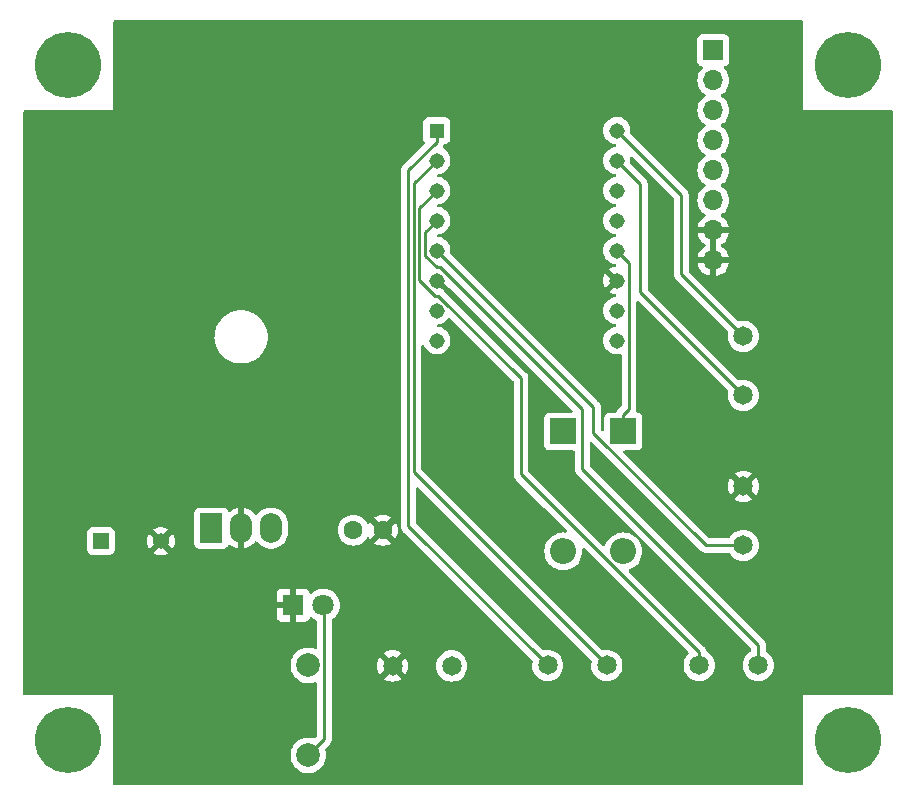
<source format=gbr>
%TF.GenerationSoftware,KiCad,Pcbnew,7.0.9*%
%TF.CreationDate,2025-08-15T16:53:55+02:00*%
%TF.ProjectId,Kicad_Projet_Sons_HW896_V2,4b696361-645f-4507-926f-6a65745f536f,rev?*%
%TF.SameCoordinates,Original*%
%TF.FileFunction,Copper,L2,Bot*%
%TF.FilePolarity,Positive*%
%FSLAX46Y46*%
G04 Gerber Fmt 4.6, Leading zero omitted, Abs format (unit mm)*
G04 Created by KiCad (PCBNEW 7.0.9) date 2025-08-15 16:53:55*
%MOMM*%
%LPD*%
G01*
G04 APERTURE LIST*
%TA.AperFunction,ComponentPad*%
%ADD10C,5.600000*%
%TD*%
%TA.AperFunction,ComponentPad*%
%ADD11C,1.650000*%
%TD*%
%TA.AperFunction,ComponentPad*%
%ADD12R,1.357000X1.357000*%
%TD*%
%TA.AperFunction,ComponentPad*%
%ADD13C,1.357000*%
%TD*%
%TA.AperFunction,ComponentPad*%
%ADD14O,1.900000X2.500000*%
%TD*%
%TA.AperFunction,ComponentPad*%
%ADD15R,1.900000X2.500000*%
%TD*%
%TA.AperFunction,ComponentPad*%
%ADD16R,1.800000X1.800000*%
%TD*%
%TA.AperFunction,ComponentPad*%
%ADD17C,1.800000*%
%TD*%
%TA.AperFunction,ComponentPad*%
%ADD18R,2.200000X2.200000*%
%TD*%
%TA.AperFunction,ComponentPad*%
%ADD19O,2.200000X2.200000*%
%TD*%
%TA.AperFunction,ComponentPad*%
%ADD20R,1.700000X1.700000*%
%TD*%
%TA.AperFunction,ComponentPad*%
%ADD21O,1.700000X1.700000*%
%TD*%
%TA.AperFunction,ComponentPad*%
%ADD22C,2.000000*%
%TD*%
%TA.AperFunction,ComponentPad*%
%ADD23C,1.600000*%
%TD*%
%TA.AperFunction,ComponentPad*%
%ADD24R,1.308000X1.308000*%
%TD*%
%TA.AperFunction,ComponentPad*%
%ADD25C,1.308000*%
%TD*%
%TA.AperFunction,ViaPad*%
%ADD26C,0.800000*%
%TD*%
%TA.AperFunction,Conductor*%
%ADD27C,0.250000*%
%TD*%
G04 APERTURE END LIST*
D10*
%TO.P,REF\u002A\u002A,1*%
%TO.N,N/C*%
X114270000Y-104150000D03*
%TD*%
%TO.P,REF\u002A\u002A,1*%
%TO.N,N/C*%
X180310000Y-104150000D03*
%TD*%
%TO.P,REF\u002A\u002A,1*%
%TO.N,N/C*%
X180310000Y-47000000D03*
%TD*%
%TO.P,REF\u002A\u002A,1*%
%TO.N,N/C*%
X114270000Y-47000000D03*
%TD*%
D11*
%TO.P,J6,1,1*%
%TO.N,SPK+*%
X171420000Y-69940000D03*
%TO.P,J6,2,2*%
%TO.N,SPK-*%
X171420000Y-74940000D03*
%TD*%
%TO.P,J5,1,1*%
%TO.N,Net-(U2-K5)*%
X171420000Y-87640000D03*
%TO.P,J5,2,2*%
%TO.N,GND*%
X171420000Y-82640000D03*
%TD*%
%TO.P,J4,1,1*%
%TO.N,Net-(U2-K3)*%
X167690000Y-97800000D03*
%TO.P,J4,2,2*%
%TO.N,Net-(U2-K4)*%
X172690000Y-97800000D03*
%TD*%
%TO.P,J2,1,1*%
%TO.N,Net-(U2-K1)*%
X154860000Y-97800000D03*
%TO.P,J2,2,2*%
%TO.N,Net-(U2-K2)*%
X159860000Y-97800000D03*
%TD*%
%TO.P,J1,1,1*%
%TO.N,Net-(D1-A)*%
X146730000Y-97850000D03*
%TO.P,J1,2,2*%
%TO.N,GND*%
X141730000Y-97850000D03*
%TD*%
D12*
%TO.P,C1,1,1*%
%TO.N,Net-(C2-+)*%
X117020000Y-87290000D03*
D13*
%TO.P,C1,2,2*%
%TO.N,GND*%
X122100000Y-87290000D03*
%TD*%
D14*
%TO.P,U1,3,VO*%
%TO.N,Net-(D2-A)*%
X131440000Y-86190000D03*
%TO.P,U1,2,GND*%
%TO.N,GND*%
X128900000Y-86190000D03*
D15*
%TO.P,U1,1,VI*%
%TO.N,Net-(C2-+)*%
X126360000Y-86190000D03*
%TD*%
D16*
%TO.P,D3,1,K*%
%TO.N,GND*%
X133320000Y-92720000D03*
D17*
%TO.P,D3,2,A*%
%TO.N,Net-(D3-A)*%
X135860000Y-92720000D03*
%TD*%
D18*
%TO.P,D1,1,K*%
%TO.N,Net-(C2-+)*%
X156180000Y-78000000D03*
D19*
%TO.P,D1,2,A*%
%TO.N,Net-(D1-A)*%
X156180000Y-88160000D03*
%TD*%
D20*
%TO.P,J3,1,Pin_1*%
%TO.N,Dac_L*%
X168880000Y-45730000D03*
D21*
%TO.P,J3,2,Pin_2*%
%TO.N,Dac_R*%
X168880000Y-48270000D03*
%TO.P,J3,3,Pin_3*%
%TO.N,ADKEY*%
X168880000Y-50810000D03*
%TO.P,J3,4,Pin_4*%
%TO.N,Busy*%
X168880000Y-53350000D03*
%TO.P,J3,5,Pin_5*%
%TO.N,TX*%
X168880000Y-55890000D03*
%TO.P,J3,6,Pin_6*%
%TO.N,RX*%
X168880000Y-58430000D03*
%TO.P,J3,7,Pin_7*%
%TO.N,GND*%
X168880000Y-60970000D03*
%TO.P,J3,8,Pin_8*%
X168880000Y-63510000D03*
%TD*%
D22*
%TO.P,R1,1*%
%TO.N,Net-(D2-A)*%
X134590000Y-97800000D03*
%TO.P,R1,2*%
%TO.N,Net-(D3-A)*%
X134590000Y-105420000D03*
%TD*%
D23*
%TO.P,C3,1*%
%TO.N,Net-(D2-A)*%
X138400000Y-86360000D03*
%TO.P,C3,2*%
%TO.N,GND*%
X140900000Y-86360000D03*
%TD*%
D24*
%TO.P,U2,1,K1*%
%TO.N,Net-(U2-K1)*%
X145470000Y-52520000D03*
D25*
%TO.P,U2,2,K2*%
%TO.N,Net-(U2-K2)*%
X145470000Y-55060000D03*
%TO.P,U2,3,K3*%
%TO.N,Net-(U2-K3)*%
X145470000Y-57600000D03*
%TO.P,U2,4,K4*%
%TO.N,Net-(U2-K4)*%
X145470000Y-60140000D03*
%TO.P,U2,5,K5*%
%TO.N,Net-(U2-K5)*%
X145470000Y-62680000D03*
%TO.P,U2,6,SGND*%
%TO.N,GND*%
X145470000Y-65220000D03*
%TO.P,U2,7,ADKEY*%
%TO.N,ADKEY*%
X145470000Y-67760000D03*
%TO.P,U2,8,Busy*%
%TO.N,Busy*%
X145470000Y-70300000D03*
%TO.P,U2,9,RX*%
%TO.N,RX*%
X160710000Y-70300000D03*
%TO.P,U2,10,TX*%
%TO.N,TX*%
X160710000Y-67760000D03*
%TO.P,U2,11,GND*%
%TO.N,GND*%
X160710000Y-65220000D03*
%TO.P,U2,12,VCC*%
%TO.N,+4V*%
X160710000Y-62680000D03*
%TO.P,U2,13,Dac_R*%
%TO.N,Dac_R*%
X160710000Y-60140000D03*
%TO.P,U2,14,Dac_L*%
%TO.N,Dac_L*%
X160710000Y-57600000D03*
%TO.P,U2,15,SPK-*%
%TO.N,SPK-*%
X160710000Y-55060000D03*
%TO.P,U2,16,SPK+*%
%TO.N,SPK+*%
X160710000Y-52520000D03*
%TD*%
D18*
%TO.P,D2,1,K*%
%TO.N,+4V*%
X161260000Y-78000000D03*
D19*
%TO.P,D2,2,A*%
%TO.N,Net-(D2-A)*%
X161260000Y-88160000D03*
%TD*%
D26*
%TO.N,GND*%
X125755200Y-102815100D03*
X146899400Y-87019100D03*
%TD*%
D27*
%TO.N,SPK-*%
X162685400Y-66205400D02*
X171420000Y-74940000D01*
X162685400Y-57035400D02*
X162685400Y-66205400D01*
X160710000Y-55060000D02*
X162685400Y-57035400D01*
%TO.N,SPK+*%
X166165400Y-64685400D02*
X171420000Y-69940000D01*
X166165400Y-57975400D02*
X166165400Y-64685400D01*
X160710000Y-52520000D02*
X166165400Y-57975400D01*
%TO.N,Net-(U2-K5)*%
X168239100Y-87640000D02*
X171420000Y-87640000D01*
X158720000Y-78120900D02*
X168239100Y-87640000D01*
X158720000Y-75930000D02*
X158720000Y-78120900D01*
X145470000Y-62680000D02*
X158720000Y-75930000D01*
%TO.N,Net-(U2-K4)*%
X172690000Y-96060400D02*
X172690000Y-97800000D01*
X157778200Y-81148600D02*
X172690000Y-96060400D01*
X157778200Y-76124900D02*
X157778200Y-81148600D01*
X145762400Y-64109100D02*
X157778200Y-76124900D01*
X145468400Y-64109100D02*
X145762400Y-64109100D01*
X144487100Y-63127800D02*
X145468400Y-64109100D01*
X144487100Y-61122900D02*
X144487100Y-63127800D01*
X145470000Y-60140000D02*
X144487100Y-61122900D01*
%TO.N,Net-(U2-K3)*%
X167690000Y-96707400D02*
X167690000Y-97800000D01*
X152599800Y-81617200D02*
X167690000Y-96707400D01*
X152599800Y-73478600D02*
X152599800Y-81617200D01*
X145611200Y-66490000D02*
X152599800Y-73478600D01*
X145331800Y-66490000D02*
X145611200Y-66490000D01*
X143980500Y-65138700D02*
X145331800Y-66490000D01*
X143980500Y-59089500D02*
X143980500Y-65138700D01*
X145470000Y-57600000D02*
X143980500Y-59089500D01*
%TO.N,Net-(U2-K2)*%
X143530100Y-81470100D02*
X159860000Y-97800000D01*
X143530100Y-56999900D02*
X143530100Y-81470100D01*
X145470000Y-55060000D02*
X143530100Y-56999900D01*
%TO.N,Net-(U2-K1)*%
X143066300Y-86006300D02*
X154860000Y-97800000D01*
X143066300Y-55903000D02*
X143066300Y-86006300D01*
X145470000Y-53499300D02*
X143066300Y-55903000D01*
X145470000Y-52520000D02*
X145470000Y-53499300D01*
%TO.N,Net-(D3-A)*%
X135931700Y-92791700D02*
X135860000Y-92720000D01*
X135931700Y-104078300D02*
X135931700Y-92791700D01*
X134590000Y-105420000D02*
X135931700Y-104078300D01*
%TO.N,+4V*%
X161735000Y-76099700D02*
X161260000Y-76574700D01*
X161735000Y-63705000D02*
X161735000Y-76099700D01*
X160710000Y-62680000D02*
X161735000Y-63705000D01*
X161260000Y-78000000D02*
X161260000Y-76574700D01*
%TD*%
%TA.AperFunction,Conductor*%
%TO.N,GND*%
G36*
X169130000Y-63074498D02*
G01*
X169022315Y-63025320D01*
X168915763Y-63010000D01*
X168844237Y-63010000D01*
X168737685Y-63025320D01*
X168630000Y-63074498D01*
X168630000Y-61405501D01*
X168737685Y-61454680D01*
X168844237Y-61470000D01*
X168915763Y-61470000D01*
X169022315Y-61454680D01*
X169130000Y-61405501D01*
X169130000Y-63074498D01*
G37*
%TD.AperFunction*%
%TA.AperFunction,Conductor*%
G36*
X176443039Y-43210185D02*
G01*
X176488794Y-43262989D01*
X176500000Y-43314500D01*
X176500000Y-50810000D01*
X183995500Y-50810000D01*
X184062539Y-50829685D01*
X184108294Y-50882489D01*
X184119500Y-50934000D01*
X184119500Y-100216000D01*
X184099815Y-100283039D01*
X184047011Y-100328794D01*
X183995500Y-100340000D01*
X176500000Y-100340000D01*
X176500000Y-107836000D01*
X176480315Y-107903039D01*
X176427511Y-107948794D01*
X176376000Y-107960000D01*
X118204000Y-107960000D01*
X118136961Y-107940315D01*
X118091206Y-107887511D01*
X118080000Y-107836000D01*
X118080000Y-100340000D01*
X110584500Y-100340000D01*
X110517461Y-100320315D01*
X110471706Y-100267511D01*
X110460500Y-100216000D01*
X110460500Y-93667844D01*
X131920000Y-93667844D01*
X131926401Y-93727372D01*
X131926403Y-93727379D01*
X131976645Y-93862086D01*
X131976649Y-93862093D01*
X132062809Y-93977187D01*
X132062812Y-93977190D01*
X132177906Y-94063350D01*
X132177913Y-94063354D01*
X132312620Y-94113596D01*
X132312627Y-94113598D01*
X132372155Y-94119999D01*
X132372172Y-94120000D01*
X133070000Y-94120000D01*
X133070000Y-93094189D01*
X133122547Y-93130016D01*
X133252173Y-93170000D01*
X133353724Y-93170000D01*
X133454138Y-93154865D01*
X133570000Y-93099068D01*
X133570000Y-94120000D01*
X134267828Y-94120000D01*
X134267844Y-94119999D01*
X134327372Y-94113598D01*
X134327379Y-94113596D01*
X134462086Y-94063354D01*
X134462093Y-94063350D01*
X134577187Y-93977190D01*
X134577190Y-93977187D01*
X134663350Y-93862093D01*
X134663355Y-93862084D01*
X134692075Y-93785081D01*
X134733945Y-93729147D01*
X134799409Y-93704729D01*
X134867682Y-93719580D01*
X134899484Y-93744428D01*
X134908216Y-93753913D01*
X134908219Y-93753915D01*
X134908222Y-93753918D01*
X135091365Y-93896464D01*
X135091375Y-93896471D01*
X135135725Y-93920472D01*
X135241219Y-93977562D01*
X135290808Y-94026779D01*
X135306200Y-94086615D01*
X135306200Y-96285739D01*
X135286515Y-96352778D01*
X135233711Y-96398533D01*
X135164553Y-96408477D01*
X135141937Y-96403020D01*
X134959616Y-96340429D01*
X134714335Y-96299500D01*
X134465665Y-96299500D01*
X134220383Y-96340429D01*
X133985197Y-96421169D01*
X133985188Y-96421172D01*
X133766493Y-96539524D01*
X133570257Y-96692261D01*
X133401833Y-96875217D01*
X133265826Y-97083393D01*
X133165936Y-97311118D01*
X133104892Y-97552175D01*
X133104890Y-97552187D01*
X133084357Y-97799994D01*
X133084357Y-97800005D01*
X133104890Y-98047812D01*
X133104892Y-98047824D01*
X133165936Y-98288881D01*
X133265826Y-98516606D01*
X133401833Y-98724782D01*
X133401836Y-98724785D01*
X133570256Y-98907738D01*
X133766491Y-99060474D01*
X133985190Y-99178828D01*
X134220386Y-99259571D01*
X134465665Y-99300500D01*
X134714335Y-99300500D01*
X134959614Y-99259571D01*
X135141938Y-99196978D01*
X135211735Y-99193829D01*
X135272157Y-99228915D01*
X135304017Y-99291097D01*
X135306200Y-99314260D01*
X135306200Y-103767846D01*
X135286515Y-103834885D01*
X135269881Y-103855528D01*
X135167228Y-103958180D01*
X135105905Y-103991664D01*
X135039284Y-103987779D01*
X134959616Y-103960429D01*
X134714335Y-103919500D01*
X134465665Y-103919500D01*
X134220383Y-103960429D01*
X133985197Y-104041169D01*
X133985188Y-104041172D01*
X133766493Y-104159524D01*
X133570257Y-104312261D01*
X133401833Y-104495217D01*
X133265826Y-104703393D01*
X133165936Y-104931118D01*
X133104892Y-105172175D01*
X133104890Y-105172187D01*
X133084357Y-105419994D01*
X133084357Y-105420005D01*
X133104890Y-105667812D01*
X133104892Y-105667824D01*
X133165936Y-105908881D01*
X133265826Y-106136606D01*
X133401833Y-106344782D01*
X133401836Y-106344785D01*
X133570256Y-106527738D01*
X133766491Y-106680474D01*
X133985190Y-106798828D01*
X134220386Y-106879571D01*
X134465665Y-106920500D01*
X134714335Y-106920500D01*
X134959614Y-106879571D01*
X135194810Y-106798828D01*
X135413509Y-106680474D01*
X135609744Y-106527738D01*
X135778164Y-106344785D01*
X135914173Y-106136607D01*
X136014063Y-105908881D01*
X136075108Y-105667821D01*
X136075109Y-105667812D01*
X136095643Y-105420005D01*
X136095643Y-105419994D01*
X136075109Y-105172187D01*
X136075107Y-105172175D01*
X136021136Y-104959049D01*
X136023761Y-104889229D01*
X136053661Y-104840928D01*
X136315487Y-104579102D01*
X136327742Y-104569286D01*
X136327559Y-104569064D01*
X136333566Y-104564092D01*
X136333577Y-104564086D01*
X136364475Y-104531182D01*
X136380927Y-104513664D01*
X136391371Y-104503218D01*
X136401820Y-104492771D01*
X136406079Y-104487278D01*
X136409852Y-104482861D01*
X136441762Y-104448882D01*
X136451413Y-104431324D01*
X136462096Y-104415061D01*
X136474373Y-104399236D01*
X136492885Y-104356453D01*
X136495438Y-104351241D01*
X136517897Y-104310392D01*
X136522880Y-104290980D01*
X136529181Y-104272580D01*
X136537137Y-104254196D01*
X136544429Y-104208152D01*
X136545606Y-104202471D01*
X136557200Y-104157319D01*
X136557200Y-104137283D01*
X136558727Y-104117882D01*
X136561860Y-104098104D01*
X136557475Y-104051715D01*
X136557200Y-104045877D01*
X136557200Y-97850000D01*
X140399939Y-97850000D01*
X140420145Y-98080958D01*
X140420147Y-98080968D01*
X140480148Y-98304900D01*
X140480152Y-98304909D01*
X140578132Y-98515029D01*
X140578133Y-98515031D01*
X140633023Y-98593422D01*
X140633024Y-98593423D01*
X141204070Y-98022376D01*
X141206884Y-98035915D01*
X141276442Y-98170156D01*
X141379638Y-98280652D01*
X141508819Y-98359209D01*
X141560002Y-98373549D01*
X140986575Y-98946975D01*
X141064973Y-99001868D01*
X141275090Y-99099847D01*
X141275099Y-99099851D01*
X141499031Y-99159852D01*
X141499041Y-99159854D01*
X141729999Y-99180061D01*
X141730001Y-99180061D01*
X141960958Y-99159854D01*
X141960968Y-99159852D01*
X142184900Y-99099851D01*
X142184909Y-99099847D01*
X142395030Y-99001867D01*
X142473423Y-98946975D01*
X141901568Y-98375121D01*
X142018458Y-98324349D01*
X142135739Y-98228934D01*
X142222928Y-98105415D01*
X142253354Y-98019802D01*
X142826975Y-98593423D01*
X142881867Y-98515030D01*
X142979847Y-98304909D01*
X142979851Y-98304900D01*
X143039852Y-98080968D01*
X143039854Y-98080958D01*
X143060061Y-97850001D01*
X145399437Y-97850001D01*
X145419650Y-98081044D01*
X145419651Y-98081051D01*
X145479678Y-98305074D01*
X145479679Y-98305076D01*
X145479680Y-98305079D01*
X145577699Y-98515282D01*
X145710730Y-98705269D01*
X145874731Y-98869270D01*
X146064718Y-99002301D01*
X146274921Y-99100320D01*
X146498950Y-99160349D01*
X146663985Y-99174787D01*
X146729998Y-99180563D01*
X146730000Y-99180563D01*
X146730002Y-99180563D01*
X146787762Y-99175509D01*
X146961050Y-99160349D01*
X147185079Y-99100320D01*
X147395282Y-99002301D01*
X147585269Y-98869270D01*
X147749270Y-98705269D01*
X147882301Y-98515282D01*
X147980320Y-98305079D01*
X148040349Y-98081050D01*
X148060563Y-97850000D01*
X148057248Y-97812114D01*
X148050681Y-97737047D01*
X148040349Y-97618950D01*
X147980320Y-97394921D01*
X147882301Y-97184719D01*
X147882299Y-97184716D01*
X147882298Y-97184714D01*
X147749273Y-96994735D01*
X147749268Y-96994729D01*
X147585269Y-96830730D01*
X147513862Y-96780730D01*
X147395282Y-96697699D01*
X147185079Y-96599680D01*
X147185076Y-96599679D01*
X147185074Y-96599678D01*
X146961051Y-96539651D01*
X146961044Y-96539650D01*
X146730002Y-96519437D01*
X146729998Y-96519437D01*
X146498955Y-96539650D01*
X146498948Y-96539651D01*
X146274917Y-96599681D01*
X146064718Y-96697699D01*
X146064714Y-96697701D01*
X145874735Y-96830726D01*
X145874729Y-96830731D01*
X145710731Y-96994729D01*
X145710726Y-96994735D01*
X145577701Y-97184714D01*
X145577699Y-97184718D01*
X145479681Y-97394917D01*
X145419651Y-97618948D01*
X145419650Y-97618955D01*
X145399437Y-97849998D01*
X145399437Y-97850001D01*
X143060061Y-97850001D01*
X143060061Y-97850000D01*
X143060061Y-97849999D01*
X143039854Y-97619041D01*
X143039852Y-97619031D01*
X142979851Y-97395099D01*
X142979847Y-97395090D01*
X142881868Y-97184972D01*
X142826974Y-97106576D01*
X142255929Y-97677622D01*
X142253116Y-97664085D01*
X142183558Y-97529844D01*
X142080362Y-97419348D01*
X141951181Y-97340791D01*
X141899997Y-97326450D01*
X142473423Y-96753024D01*
X142473422Y-96753023D01*
X142395031Y-96698133D01*
X142395029Y-96698132D01*
X142184909Y-96600152D01*
X142184900Y-96600148D01*
X141960968Y-96540147D01*
X141960958Y-96540145D01*
X141730001Y-96519939D01*
X141729999Y-96519939D01*
X141499041Y-96540145D01*
X141499031Y-96540147D01*
X141275099Y-96600148D01*
X141275090Y-96600152D01*
X141064971Y-96698132D01*
X141064969Y-96698133D01*
X140986577Y-96753024D01*
X140986576Y-96753024D01*
X141558431Y-97324878D01*
X141441542Y-97375651D01*
X141324261Y-97471066D01*
X141237072Y-97594585D01*
X141206645Y-97680197D01*
X140633024Y-97106576D01*
X140633024Y-97106577D01*
X140578133Y-97184969D01*
X140578132Y-97184971D01*
X140480152Y-97395090D01*
X140480148Y-97395099D01*
X140420147Y-97619031D01*
X140420145Y-97619041D01*
X140399939Y-97849999D01*
X140399939Y-97850000D01*
X136557200Y-97850000D01*
X136557200Y-94009011D01*
X136576885Y-93941972D01*
X136622183Y-93899956D01*
X136628626Y-93896470D01*
X136628631Y-93896466D01*
X136628633Y-93896465D01*
X136628635Y-93896463D01*
X136771739Y-93785081D01*
X136811784Y-93753913D01*
X136968979Y-93583153D01*
X137095924Y-93388849D01*
X137189157Y-93176300D01*
X137246134Y-92951305D01*
X137251524Y-92886260D01*
X137265300Y-92720006D01*
X137265300Y-92719993D01*
X137246135Y-92488702D01*
X137246133Y-92488691D01*
X137189157Y-92263699D01*
X137095924Y-92051151D01*
X136968983Y-91856852D01*
X136968980Y-91856849D01*
X136968979Y-91856847D01*
X136811784Y-91686087D01*
X136811779Y-91686083D01*
X136811777Y-91686081D01*
X136628634Y-91543535D01*
X136628628Y-91543531D01*
X136424504Y-91433064D01*
X136424495Y-91433061D01*
X136204984Y-91357702D01*
X136017404Y-91326401D01*
X135976049Y-91319500D01*
X135743951Y-91319500D01*
X135702596Y-91326401D01*
X135515015Y-91357702D01*
X135295504Y-91433061D01*
X135295495Y-91433064D01*
X135091371Y-91543531D01*
X135091365Y-91543535D01*
X134908222Y-91686081D01*
X134908215Y-91686087D01*
X134899484Y-91695572D01*
X134839595Y-91731561D01*
X134769757Y-91729458D01*
X134712143Y-91689932D01*
X134692075Y-91654918D01*
X134663355Y-91577915D01*
X134663350Y-91577906D01*
X134577190Y-91462812D01*
X134577187Y-91462809D01*
X134462093Y-91376649D01*
X134462086Y-91376645D01*
X134327379Y-91326403D01*
X134327372Y-91326401D01*
X134267844Y-91320000D01*
X133570000Y-91320000D01*
X133570000Y-92345810D01*
X133517453Y-92309984D01*
X133387827Y-92270000D01*
X133286276Y-92270000D01*
X133185862Y-92285135D01*
X133070000Y-92340931D01*
X133070000Y-91320000D01*
X132372155Y-91320000D01*
X132312627Y-91326401D01*
X132312620Y-91326403D01*
X132177913Y-91376645D01*
X132177906Y-91376649D01*
X132062812Y-91462809D01*
X132062809Y-91462812D01*
X131976649Y-91577906D01*
X131976645Y-91577913D01*
X131926403Y-91712620D01*
X131926401Y-91712627D01*
X131920000Y-91772155D01*
X131920000Y-92470000D01*
X132944722Y-92470000D01*
X132896375Y-92553740D01*
X132866190Y-92685992D01*
X132876327Y-92821265D01*
X132925887Y-92947541D01*
X132943797Y-92970000D01*
X131920000Y-92970000D01*
X131920000Y-93667844D01*
X110460500Y-93667844D01*
X110460500Y-88016370D01*
X115841000Y-88016370D01*
X115841001Y-88016376D01*
X115847408Y-88075983D01*
X115897702Y-88210828D01*
X115897706Y-88210835D01*
X115983952Y-88326044D01*
X115983955Y-88326047D01*
X116099164Y-88412293D01*
X116099171Y-88412297D01*
X116234017Y-88462591D01*
X116234016Y-88462591D01*
X116240944Y-88463335D01*
X116293627Y-88469000D01*
X117746372Y-88468999D01*
X117805983Y-88462591D01*
X117940831Y-88412296D01*
X118056046Y-88326046D01*
X118142296Y-88210831D01*
X118192591Y-88075983D01*
X118199000Y-88016373D01*
X118198999Y-87290000D01*
X120916451Y-87290000D01*
X120936602Y-87507476D01*
X120936603Y-87507479D01*
X120996370Y-87717542D01*
X120996373Y-87717548D01*
X121093728Y-87913062D01*
X121106487Y-87929958D01*
X121686751Y-87349695D01*
X121697985Y-87420623D01*
X121758025Y-87538459D01*
X121851541Y-87631975D01*
X121969377Y-87692015D01*
X122040303Y-87703248D01*
X121462288Y-88281262D01*
X121572448Y-88349470D01*
X121572449Y-88349471D01*
X121776103Y-88428366D01*
X121990799Y-88468500D01*
X122209201Y-88468500D01*
X122423896Y-88428366D01*
X122627552Y-88349470D01*
X122627553Y-88349469D01*
X122737710Y-88281262D01*
X122159696Y-87703248D01*
X122230623Y-87692015D01*
X122348459Y-87631975D01*
X122441975Y-87538459D01*
X122502015Y-87420623D01*
X122513248Y-87349695D01*
X123093511Y-87929958D01*
X123106273Y-87913058D01*
X123106275Y-87913055D01*
X123203626Y-87717548D01*
X123203629Y-87717542D01*
X123263396Y-87507479D01*
X123263397Y-87507476D01*
X123283549Y-87290000D01*
X123283549Y-87289999D01*
X123263397Y-87072523D01*
X123263396Y-87072520D01*
X123203629Y-86862457D01*
X123203626Y-86862451D01*
X123106272Y-86666938D01*
X123093511Y-86650040D01*
X123093510Y-86650040D01*
X122513248Y-87230303D01*
X122502015Y-87159377D01*
X122441975Y-87041541D01*
X122348459Y-86948025D01*
X122230623Y-86887985D01*
X122159696Y-86876751D01*
X122737710Y-86298736D01*
X122737709Y-86298735D01*
X122627556Y-86230531D01*
X122627550Y-86230528D01*
X122423896Y-86151633D01*
X122209201Y-86111500D01*
X121990799Y-86111500D01*
X121776103Y-86151633D01*
X121572449Y-86230528D01*
X121572443Y-86230532D01*
X121462289Y-86298735D01*
X121462288Y-86298736D01*
X122040304Y-86876751D01*
X121969377Y-86887985D01*
X121851541Y-86948025D01*
X121758025Y-87041541D01*
X121697985Y-87159377D01*
X121686751Y-87230303D01*
X121106488Y-86650040D01*
X121093727Y-86666939D01*
X120996373Y-86862451D01*
X120996370Y-86862457D01*
X120936603Y-87072520D01*
X120936602Y-87072523D01*
X120916451Y-87289999D01*
X120916451Y-87290000D01*
X118198999Y-87290000D01*
X118198999Y-86563628D01*
X118192591Y-86504017D01*
X118185553Y-86485148D01*
X118142297Y-86369171D01*
X118142293Y-86369164D01*
X118056047Y-86253955D01*
X118056044Y-86253952D01*
X117940835Y-86167706D01*
X117940828Y-86167702D01*
X117805982Y-86117408D01*
X117805983Y-86117408D01*
X117746383Y-86111001D01*
X117746381Y-86111000D01*
X117746373Y-86111000D01*
X117746364Y-86111000D01*
X116293629Y-86111000D01*
X116293623Y-86111001D01*
X116234016Y-86117408D01*
X116099171Y-86167702D01*
X116099164Y-86167706D01*
X115983955Y-86253952D01*
X115983952Y-86253955D01*
X115897706Y-86369164D01*
X115897702Y-86369171D01*
X115847408Y-86504017D01*
X115843089Y-86544197D01*
X115841001Y-86563623D01*
X115841000Y-86563635D01*
X115841000Y-88016370D01*
X110460500Y-88016370D01*
X110460500Y-84892135D01*
X124909500Y-84892135D01*
X124909501Y-87487862D01*
X124909501Y-87487876D01*
X124915908Y-87547483D01*
X124966202Y-87682328D01*
X124966206Y-87682335D01*
X125052452Y-87797544D01*
X125052455Y-87797547D01*
X125167664Y-87883793D01*
X125167671Y-87883797D01*
X125302517Y-87934091D01*
X125302516Y-87934091D01*
X125309444Y-87934835D01*
X125362127Y-87940500D01*
X127357872Y-87940499D01*
X127417483Y-87934091D01*
X127552331Y-87883796D01*
X127667546Y-87797546D01*
X127753796Y-87682331D01*
X127766163Y-87649170D01*
X127808033Y-87593237D01*
X127873497Y-87568818D01*
X127941770Y-87583668D01*
X127958508Y-87594649D01*
X128104203Y-87708048D01*
X128104207Y-87708051D01*
X128315544Y-87822421D01*
X128315550Y-87822423D01*
X128542823Y-87900446D01*
X128649999Y-87918330D01*
X128650000Y-87918330D01*
X128650000Y-86625501D01*
X128757685Y-86674680D01*
X128864237Y-86690000D01*
X128935763Y-86690000D01*
X129042315Y-86674680D01*
X129150000Y-86625501D01*
X129150000Y-87918330D01*
X129257176Y-87900446D01*
X129484449Y-87822423D01*
X129484455Y-87822421D01*
X129695790Y-87708052D01*
X129885422Y-87560455D01*
X130048177Y-87383656D01*
X130065891Y-87356543D01*
X130119036Y-87311185D01*
X130188267Y-87301760D01*
X130251603Y-87331260D01*
X130273504Y-87356533D01*
X130291429Y-87383969D01*
X130454236Y-87560825D01*
X130454239Y-87560827D01*
X130454242Y-87560830D01*
X130643924Y-87708466D01*
X130643930Y-87708470D01*
X130643933Y-87708472D01*
X130855344Y-87822882D01*
X130855347Y-87822883D01*
X131082699Y-87900933D01*
X131082701Y-87900933D01*
X131082703Y-87900934D01*
X131319808Y-87940500D01*
X131319809Y-87940500D01*
X131560191Y-87940500D01*
X131560192Y-87940500D01*
X131797297Y-87900934D01*
X132024656Y-87822882D01*
X132236067Y-87708472D01*
X132425764Y-87560825D01*
X132588571Y-87383969D01*
X132720049Y-87182728D01*
X132816610Y-86962591D01*
X132875620Y-86729563D01*
X132890500Y-86549990D01*
X132890500Y-86360001D01*
X137094532Y-86360001D01*
X137114364Y-86586686D01*
X137114366Y-86586697D01*
X137173258Y-86806488D01*
X137173261Y-86806497D01*
X137269431Y-87012732D01*
X137269432Y-87012734D01*
X137399954Y-87199141D01*
X137560858Y-87360045D01*
X137560861Y-87360047D01*
X137747266Y-87490568D01*
X137953504Y-87586739D01*
X137953509Y-87586740D01*
X137953511Y-87586741D01*
X138006415Y-87600916D01*
X138173308Y-87645635D01*
X138335230Y-87659801D01*
X138399998Y-87665468D01*
X138400000Y-87665468D01*
X138400002Y-87665468D01*
X138456673Y-87660509D01*
X138626692Y-87645635D01*
X138846496Y-87586739D01*
X139052734Y-87490568D01*
X139239139Y-87360047D01*
X139400047Y-87199139D01*
X139530568Y-87012734D01*
X139537893Y-86997023D01*
X139584062Y-86944586D01*
X139651254Y-86925432D01*
X139718136Y-86945645D01*
X139762657Y-86997023D01*
X139769865Y-87012481D01*
X139769866Y-87012483D01*
X139820973Y-87085471D01*
X139820974Y-87085472D01*
X140502046Y-86404399D01*
X140514835Y-86485148D01*
X140572359Y-86598045D01*
X140661955Y-86687641D01*
X140774852Y-86745165D01*
X140855599Y-86757953D01*
X140174526Y-87439025D01*
X140174526Y-87439026D01*
X140247512Y-87490131D01*
X140247516Y-87490133D01*
X140453673Y-87586265D01*
X140453682Y-87586269D01*
X140673389Y-87645139D01*
X140673400Y-87645141D01*
X140899998Y-87664966D01*
X140900002Y-87664966D01*
X141126599Y-87645141D01*
X141126610Y-87645139D01*
X141346317Y-87586269D01*
X141346331Y-87586264D01*
X141552478Y-87490136D01*
X141625472Y-87439025D01*
X140944401Y-86757953D01*
X141025148Y-86745165D01*
X141138045Y-86687641D01*
X141227641Y-86598045D01*
X141285165Y-86485148D01*
X141297953Y-86404400D01*
X141979025Y-87085472D01*
X142030136Y-87012478D01*
X142126264Y-86806331D01*
X142126269Y-86806317D01*
X142185139Y-86586610D01*
X142185141Y-86586599D01*
X142204966Y-86360002D01*
X142204966Y-86359997D01*
X142185141Y-86133400D01*
X142185139Y-86133389D01*
X142126269Y-85913682D01*
X142126265Y-85913673D01*
X142030133Y-85707516D01*
X142030131Y-85707512D01*
X141979026Y-85634526D01*
X141979025Y-85634526D01*
X141297953Y-86315598D01*
X141285165Y-86234852D01*
X141227641Y-86121955D01*
X141138045Y-86032359D01*
X141025148Y-85974835D01*
X140944400Y-85962046D01*
X141625472Y-85280974D01*
X141625471Y-85280973D01*
X141552483Y-85229866D01*
X141552481Y-85229865D01*
X141346326Y-85133734D01*
X141346317Y-85133730D01*
X141126610Y-85074860D01*
X141126599Y-85074858D01*
X140900002Y-85055034D01*
X140899998Y-85055034D01*
X140673400Y-85074858D01*
X140673389Y-85074860D01*
X140453682Y-85133730D01*
X140453673Y-85133734D01*
X140247513Y-85229868D01*
X140174527Y-85280972D01*
X140174526Y-85280973D01*
X140855600Y-85962046D01*
X140774852Y-85974835D01*
X140661955Y-86032359D01*
X140572359Y-86121955D01*
X140514835Y-86234852D01*
X140502046Y-86315599D01*
X139820973Y-85634526D01*
X139820972Y-85634527D01*
X139769868Y-85707512D01*
X139762656Y-85722979D01*
X139716482Y-85775417D01*
X139649288Y-85794567D01*
X139582407Y-85774350D01*
X139537893Y-85722976D01*
X139530568Y-85707266D01*
X139400047Y-85520861D01*
X139400045Y-85520858D01*
X139239141Y-85359954D01*
X139052734Y-85229432D01*
X139052732Y-85229431D01*
X138846497Y-85133261D01*
X138846488Y-85133258D01*
X138626697Y-85074366D01*
X138626693Y-85074365D01*
X138626692Y-85074365D01*
X138626691Y-85074364D01*
X138626686Y-85074364D01*
X138400002Y-85054532D01*
X138399998Y-85054532D01*
X138173313Y-85074364D01*
X138173302Y-85074366D01*
X137953511Y-85133258D01*
X137953502Y-85133261D01*
X137747267Y-85229431D01*
X137747265Y-85229432D01*
X137560858Y-85359954D01*
X137399954Y-85520858D01*
X137269432Y-85707265D01*
X137269431Y-85707267D01*
X137173261Y-85913502D01*
X137173258Y-85913511D01*
X137114366Y-86133302D01*
X137114364Y-86133313D01*
X137094532Y-86359998D01*
X137094532Y-86360001D01*
X132890500Y-86360001D01*
X132890500Y-85830010D01*
X132875620Y-85650437D01*
X132816610Y-85417409D01*
X132720049Y-85197272D01*
X132588571Y-84996031D01*
X132425764Y-84819175D01*
X132425759Y-84819171D01*
X132425757Y-84819169D01*
X132236075Y-84671533D01*
X132236069Y-84671529D01*
X132024657Y-84557118D01*
X132024652Y-84557116D01*
X131797300Y-84479066D01*
X131598593Y-84445908D01*
X131560192Y-84439500D01*
X131319808Y-84439500D01*
X131281407Y-84445908D01*
X131082699Y-84479066D01*
X130855347Y-84557116D01*
X130855342Y-84557118D01*
X130643930Y-84671529D01*
X130643924Y-84671533D01*
X130454242Y-84819169D01*
X130454239Y-84819172D01*
X130454236Y-84819174D01*
X130454236Y-84819175D01*
X130441954Y-84832517D01*
X130291428Y-84996031D01*
X130273509Y-85023459D01*
X130220362Y-85068815D01*
X130151130Y-85078238D01*
X130087795Y-85048735D01*
X130065893Y-85023458D01*
X130048178Y-84996344D01*
X129885422Y-84819544D01*
X129695790Y-84671947D01*
X129484455Y-84557578D01*
X129484449Y-84557576D01*
X129257176Y-84479553D01*
X129150000Y-84461668D01*
X129150000Y-85754498D01*
X129042315Y-85705320D01*
X128935763Y-85690000D01*
X128864237Y-85690000D01*
X128757685Y-85705320D01*
X128650000Y-85754498D01*
X128650000Y-84461668D01*
X128649999Y-84461668D01*
X128542823Y-84479553D01*
X128315550Y-84557576D01*
X128315544Y-84557578D01*
X128104209Y-84671948D01*
X127958508Y-84785351D01*
X127893514Y-84810993D01*
X127824974Y-84797426D01*
X127774649Y-84748958D01*
X127766163Y-84730828D01*
X127753796Y-84697669D01*
X127753793Y-84697664D01*
X127667547Y-84582455D01*
X127667544Y-84582452D01*
X127552335Y-84496206D01*
X127552328Y-84496202D01*
X127417482Y-84445908D01*
X127417483Y-84445908D01*
X127357883Y-84439501D01*
X127357881Y-84439500D01*
X127357873Y-84439500D01*
X127357864Y-84439500D01*
X125362129Y-84439500D01*
X125362123Y-84439501D01*
X125302516Y-84445908D01*
X125167671Y-84496202D01*
X125167664Y-84496206D01*
X125052455Y-84582452D01*
X125052452Y-84582455D01*
X124966206Y-84697664D01*
X124966202Y-84697671D01*
X124915908Y-84832517D01*
X124909501Y-84892116D01*
X124909500Y-84892135D01*
X110460500Y-84892135D01*
X110460500Y-69990001D01*
X126644671Y-69990001D01*
X126646835Y-70023027D01*
X126646933Y-70029155D01*
X126645723Y-70065367D01*
X126645723Y-70065376D01*
X126656880Y-70176281D01*
X126663965Y-70284376D01*
X126663966Y-70284389D01*
X126671050Y-70320003D01*
X126671930Y-70325891D01*
X126675882Y-70365164D01*
X126700996Y-70470546D01*
X126721516Y-70573711D01*
X126721518Y-70573719D01*
X126734230Y-70611171D01*
X126735831Y-70616727D01*
X126745728Y-70658252D01*
X126745730Y-70658257D01*
X126745731Y-70658261D01*
X126783542Y-70756437D01*
X126808825Y-70830917D01*
X126816348Y-70853076D01*
X126835263Y-70891433D01*
X126837515Y-70896573D01*
X126854019Y-70939428D01*
X126854023Y-70939436D01*
X126903076Y-71028946D01*
X126946822Y-71117655D01*
X126946833Y-71117673D01*
X126972380Y-71155907D01*
X126975199Y-71160557D01*
X126998822Y-71203659D01*
X126998829Y-71203671D01*
X127056671Y-71282175D01*
X127058308Y-71284507D01*
X127099366Y-71345955D01*
X127110727Y-71362957D01*
X127143182Y-71399965D01*
X127146482Y-71404068D01*
X127177551Y-71446235D01*
X127243114Y-71514028D01*
X127245160Y-71516249D01*
X127305242Y-71584758D01*
X127340025Y-71615262D01*
X127344670Y-71619336D01*
X127348358Y-71622849D01*
X127387018Y-71662822D01*
X127387020Y-71662824D01*
X127414375Y-71684426D01*
X127458495Y-71719267D01*
X127460950Y-71721311D01*
X127527040Y-71779270D01*
X127527040Y-71779271D01*
X127573336Y-71810205D01*
X127577307Y-71813092D01*
X127623485Y-71849558D01*
X127699059Y-71894320D01*
X127701897Y-71896106D01*
X127753617Y-71930665D01*
X127772338Y-71943174D01*
X127789190Y-71951484D01*
X127825187Y-71969236D01*
X127829318Y-71971473D01*
X127863458Y-71991694D01*
X127882717Y-72003102D01*
X127882722Y-72003104D01*
X127882730Y-72003109D01*
X127960665Y-72036156D01*
X127963826Y-72037604D01*
X128036923Y-72073652D01*
X128095759Y-72093624D01*
X128100014Y-72095245D01*
X128160128Y-72120736D01*
X128238640Y-72142242D01*
X128242160Y-72143320D01*
X128316278Y-72168481D01*
X128374967Y-72180154D01*
X128380384Y-72181232D01*
X128384658Y-72182241D01*
X128450729Y-72200340D01*
X128528224Y-72210761D01*
X128532037Y-72211397D01*
X128605620Y-72226034D01*
X128674067Y-72230519D01*
X128678246Y-72230937D01*
X128749347Y-72240500D01*
X128824302Y-72240500D01*
X128828349Y-72240632D01*
X128860372Y-72242731D01*
X128899994Y-72245329D01*
X128900000Y-72245329D01*
X128900004Y-72245329D01*
X128910762Y-72244623D01*
X128972081Y-72240604D01*
X128975222Y-72240500D01*
X128975244Y-72240500D01*
X129048842Y-72235573D01*
X129194380Y-72226034D01*
X129194409Y-72226028D01*
X129195522Y-72225882D01*
X129199478Y-72225489D01*
X129200634Y-72225412D01*
X129343658Y-72196341D01*
X129483722Y-72168481D01*
X129484442Y-72168236D01*
X129492018Y-72166185D01*
X129495903Y-72165396D01*
X129630821Y-72118547D01*
X129763077Y-72073652D01*
X129766687Y-72071871D01*
X129773754Y-72068914D01*
X129780537Y-72066560D01*
X129905220Y-72003554D01*
X130027665Y-71943172D01*
X130033700Y-71939138D01*
X130040164Y-71935364D01*
X130049459Y-71930668D01*
X130162040Y-71853385D01*
X130272957Y-71779273D01*
X130280840Y-71772358D01*
X130286622Y-71767863D01*
X130297869Y-71760144D01*
X130396824Y-71670643D01*
X130494758Y-71584758D01*
X130503799Y-71574446D01*
X130508823Y-71569345D01*
X130521333Y-71558032D01*
X130605443Y-71458545D01*
X130689273Y-71362957D01*
X130698687Y-71348866D01*
X130702895Y-71343279D01*
X130707451Y-71337891D01*
X130715865Y-71327939D01*
X130784276Y-71220775D01*
X130853172Y-71117665D01*
X130862098Y-71099562D01*
X130865441Y-71093631D01*
X130877993Y-71073970D01*
X130930195Y-70961476D01*
X130983652Y-70853077D01*
X130991179Y-70830899D01*
X130993641Y-70824752D01*
X131004823Y-70800658D01*
X131040632Y-70685219D01*
X131078481Y-70573722D01*
X131083677Y-70547597D01*
X131085271Y-70541316D01*
X131094093Y-70512879D01*
X131113676Y-70396782D01*
X131136034Y-70284380D01*
X131137987Y-70254576D01*
X131138714Y-70248342D01*
X131144209Y-70215770D01*
X131148038Y-70101231D01*
X131150389Y-70065367D01*
X131155329Y-69990005D01*
X131155329Y-69990001D01*
X131155329Y-69990000D01*
X131153162Y-69956955D01*
X131153065Y-69950849D01*
X131154277Y-69914631D01*
X131143119Y-69803718D01*
X131136034Y-69695620D01*
X131128944Y-69659977D01*
X131128068Y-69654107D01*
X131125093Y-69624537D01*
X131124118Y-69614838D01*
X131099003Y-69509454D01*
X131078481Y-69406278D01*
X131065764Y-69368816D01*
X131064169Y-69363283D01*
X131054269Y-69321739D01*
X131016457Y-69223562D01*
X130983652Y-69126923D01*
X130964732Y-69088556D01*
X130962485Y-69083429D01*
X130945977Y-69040566D01*
X130914285Y-68982737D01*
X130896919Y-68951046D01*
X130853173Y-68862339D01*
X130853172Y-68862336D01*
X130827612Y-68824083D01*
X130824798Y-68819444D01*
X130801175Y-68776335D01*
X130743312Y-68697802D01*
X130741706Y-68695514D01*
X130689273Y-68617043D01*
X130656817Y-68580033D01*
X130653516Y-68575930D01*
X130627863Y-68541114D01*
X130622446Y-68533762D01*
X130602801Y-68513449D01*
X130556884Y-68465970D01*
X130554838Y-68463749D01*
X130494760Y-68395244D01*
X130455322Y-68360656D01*
X130451635Y-68357144D01*
X130412981Y-68317176D01*
X130341514Y-68260740D01*
X130339059Y-68258696D01*
X130272960Y-68200729D01*
X130226656Y-68169788D01*
X130222677Y-68166894D01*
X130176517Y-68130443D01*
X130150260Y-68114891D01*
X130100918Y-68085666D01*
X130098089Y-68083884D01*
X130027666Y-68036828D01*
X129974821Y-68010767D01*
X129970668Y-68008518D01*
X129917270Y-67976891D01*
X129917266Y-67976889D01*
X129917262Y-67976887D01*
X129887641Y-67964327D01*
X129839346Y-67943847D01*
X129836157Y-67942386D01*
X129763075Y-67906347D01*
X129704243Y-67886375D01*
X129699969Y-67884746D01*
X129661174Y-67868297D01*
X129639872Y-67859264D01*
X129639868Y-67859263D01*
X129639866Y-67859262D01*
X129561365Y-67837757D01*
X129557815Y-67836670D01*
X129483734Y-67811522D01*
X129483723Y-67811519D01*
X129483722Y-67811519D01*
X129419608Y-67798765D01*
X129415333Y-67797756D01*
X129349281Y-67779662D01*
X129349265Y-67779658D01*
X129271792Y-67769239D01*
X129267962Y-67768601D01*
X129221006Y-67759262D01*
X129194380Y-67753966D01*
X129194377Y-67753965D01*
X129194374Y-67753965D01*
X129125959Y-67749481D01*
X129121750Y-67749061D01*
X129087282Y-67744426D01*
X129050653Y-67739500D01*
X129050650Y-67739500D01*
X128975698Y-67739500D01*
X128971650Y-67739367D01*
X128939627Y-67737268D01*
X128900006Y-67734671D01*
X128900002Y-67734671D01*
X128900000Y-67734671D01*
X128851934Y-67737821D01*
X128827985Y-67739391D01*
X128824765Y-67739499D01*
X128751157Y-67744426D01*
X128605620Y-67753965D01*
X128604420Y-67754123D01*
X128600506Y-67754511D01*
X128599375Y-67754587D01*
X128599372Y-67754587D01*
X128599366Y-67754588D01*
X128456341Y-67783658D01*
X128316277Y-67811518D01*
X128316270Y-67811520D01*
X128315508Y-67811779D01*
X128307943Y-67813822D01*
X128304098Y-67814603D01*
X128240548Y-67836670D01*
X128169178Y-67861452D01*
X128123442Y-67876977D01*
X128036927Y-67906346D01*
X128036922Y-67906348D01*
X128033320Y-67908124D01*
X128026241Y-67911086D01*
X128019462Y-67913440D01*
X127894757Y-67976456D01*
X127772343Y-68036823D01*
X127772328Y-68036832D01*
X127766301Y-68040858D01*
X127759828Y-68044637D01*
X127750544Y-68049329D01*
X127637943Y-68126625D01*
X127554534Y-68182358D01*
X127527043Y-68200727D01*
X127519156Y-68207642D01*
X127513373Y-68212138D01*
X127502132Y-68219854D01*
X127403175Y-68309356D01*
X127305241Y-68395242D01*
X127296196Y-68405555D01*
X127291175Y-68410653D01*
X127278668Y-68421966D01*
X127194556Y-68521454D01*
X127110726Y-68617042D01*
X127101308Y-68631136D01*
X127097106Y-68636716D01*
X127084141Y-68652052D01*
X127084140Y-68652053D01*
X127015715Y-68759237D01*
X126946830Y-68862331D01*
X126937905Y-68880427D01*
X126934560Y-68886362D01*
X126922006Y-68906031D01*
X126869801Y-69018530D01*
X126816350Y-69126918D01*
X126816345Y-69126930D01*
X126808822Y-69149089D01*
X126806353Y-69155257D01*
X126795176Y-69179344D01*
X126795171Y-69179358D01*
X126759367Y-69294780D01*
X126721518Y-69406279D01*
X126721516Y-69406288D01*
X126716320Y-69432410D01*
X126714728Y-69438683D01*
X126705907Y-69467119D01*
X126686323Y-69583216D01*
X126686323Y-69583217D01*
X126665158Y-69689630D01*
X126663965Y-69695627D01*
X126663964Y-69695628D01*
X126662012Y-69725416D01*
X126661281Y-69731673D01*
X126655791Y-69764231D01*
X126651961Y-69878768D01*
X126644671Y-69990001D01*
X110460500Y-69990001D01*
X110460500Y-55883195D01*
X142436140Y-55883195D01*
X142440525Y-55929583D01*
X142440800Y-55935421D01*
X142440800Y-85923555D01*
X142439075Y-85939172D01*
X142439361Y-85939199D01*
X142438626Y-85946965D01*
X142440800Y-86016114D01*
X142440800Y-86045643D01*
X142440801Y-86045660D01*
X142441668Y-86052531D01*
X142442126Y-86058350D01*
X142443590Y-86104924D01*
X142443591Y-86104927D01*
X142449180Y-86124167D01*
X142453124Y-86143211D01*
X142455636Y-86163092D01*
X142457462Y-86167704D01*
X142472790Y-86206419D01*
X142474682Y-86211947D01*
X142487681Y-86256688D01*
X142497880Y-86273934D01*
X142506438Y-86291403D01*
X142513814Y-86310032D01*
X142541198Y-86347723D01*
X142544406Y-86352607D01*
X142568127Y-86392716D01*
X142568133Y-86392724D01*
X142582290Y-86406880D01*
X142594928Y-86421676D01*
X142606705Y-86437886D01*
X142606706Y-86437887D01*
X142642609Y-86467588D01*
X142646920Y-86471510D01*
X151770585Y-95595176D01*
X153540174Y-97364765D01*
X153573659Y-97426088D01*
X153572268Y-97484538D01*
X153549652Y-97568944D01*
X153549651Y-97568951D01*
X153529437Y-97799998D01*
X153529437Y-97800001D01*
X153549650Y-98031044D01*
X153549651Y-98031051D01*
X153609678Y-98255074D01*
X153609679Y-98255076D01*
X153609680Y-98255079D01*
X153707699Y-98465282D01*
X153840730Y-98655269D01*
X154004731Y-98819270D01*
X154194718Y-98952301D01*
X154404921Y-99050320D01*
X154628950Y-99110349D01*
X154793985Y-99124787D01*
X154859998Y-99130563D01*
X154860000Y-99130563D01*
X154860002Y-99130563D01*
X154917762Y-99125509D01*
X155091050Y-99110349D01*
X155315079Y-99050320D01*
X155525282Y-98952301D01*
X155715269Y-98819270D01*
X155879270Y-98655269D01*
X156012301Y-98465282D01*
X156110320Y-98255079D01*
X156170349Y-98031050D01*
X156190563Y-97800000D01*
X156190562Y-97799994D01*
X156174723Y-97618948D01*
X156170349Y-97568950D01*
X156110320Y-97344921D01*
X156012301Y-97134719D01*
X156012299Y-97134716D01*
X156012298Y-97134714D01*
X155879273Y-96944735D01*
X155879268Y-96944729D01*
X155715269Y-96780730D01*
X155675701Y-96753024D01*
X155525282Y-96647699D01*
X155315079Y-96549680D01*
X155315076Y-96549679D01*
X155315074Y-96549678D01*
X155091051Y-96489651D01*
X155091044Y-96489650D01*
X154860002Y-96469437D01*
X154859998Y-96469437D01*
X154737274Y-96480174D01*
X154628950Y-96489651D01*
X154628948Y-96489651D01*
X154628944Y-96489652D01*
X154544538Y-96512268D01*
X154474688Y-96510605D01*
X154424765Y-96480174D01*
X143728119Y-85783528D01*
X143694634Y-85722205D01*
X143691800Y-85695847D01*
X143691800Y-82815752D01*
X143711485Y-82748713D01*
X143764289Y-82702958D01*
X143833447Y-82693014D01*
X143897003Y-82722039D01*
X143903481Y-82728071D01*
X158540174Y-97364765D01*
X158573659Y-97426088D01*
X158572268Y-97484538D01*
X158549652Y-97568944D01*
X158549651Y-97568951D01*
X158529437Y-97799998D01*
X158529437Y-97800001D01*
X158549650Y-98031044D01*
X158549651Y-98031051D01*
X158609678Y-98255074D01*
X158609679Y-98255076D01*
X158609680Y-98255079D01*
X158707699Y-98465282D01*
X158840730Y-98655269D01*
X159004731Y-98819270D01*
X159194718Y-98952301D01*
X159404921Y-99050320D01*
X159628950Y-99110349D01*
X159793985Y-99124787D01*
X159859998Y-99130563D01*
X159860000Y-99130563D01*
X159860002Y-99130563D01*
X159917762Y-99125509D01*
X160091050Y-99110349D01*
X160315079Y-99050320D01*
X160525282Y-98952301D01*
X160715269Y-98819270D01*
X160879270Y-98655269D01*
X161012301Y-98465282D01*
X161110320Y-98255079D01*
X161170349Y-98031050D01*
X161190563Y-97800000D01*
X161190562Y-97799994D01*
X161174723Y-97618948D01*
X161170349Y-97568950D01*
X161110320Y-97344921D01*
X161012301Y-97134719D01*
X161012299Y-97134716D01*
X161012298Y-97134714D01*
X160879273Y-96944735D01*
X160879268Y-96944729D01*
X160715269Y-96780730D01*
X160675701Y-96753024D01*
X160525282Y-96647699D01*
X160315079Y-96549680D01*
X160315076Y-96549679D01*
X160315074Y-96549678D01*
X160091051Y-96489651D01*
X160091044Y-96489650D01*
X159860002Y-96469437D01*
X159859998Y-96469437D01*
X159628955Y-96489650D01*
X159628941Y-96489653D01*
X159544537Y-96512268D01*
X159474687Y-96510605D01*
X159424764Y-96480174D01*
X144191919Y-81247328D01*
X144158434Y-81186005D01*
X144155600Y-81159647D01*
X144155600Y-70777629D01*
X144175285Y-70710590D01*
X144228089Y-70664835D01*
X144297247Y-70654891D01*
X144360803Y-70683916D01*
X144390600Y-70722358D01*
X144484217Y-70910368D01*
X144522812Y-70961476D01*
X144613159Y-71081114D01*
X144771278Y-71225258D01*
X144771283Y-71225261D01*
X144771286Y-71225263D01*
X144953186Y-71337891D01*
X144953187Y-71337891D01*
X144953190Y-71337893D01*
X145152703Y-71415185D01*
X145363020Y-71454500D01*
X145363022Y-71454500D01*
X145576978Y-71454500D01*
X145576980Y-71454500D01*
X145787297Y-71415185D01*
X145986810Y-71337893D01*
X146168722Y-71225258D01*
X146326841Y-71081114D01*
X146455781Y-70910370D01*
X146551151Y-70718840D01*
X146551151Y-70718837D01*
X146551153Y-70718835D01*
X146592441Y-70573722D01*
X146609704Y-70513048D01*
X146629446Y-70300000D01*
X146624945Y-70251432D01*
X146609704Y-70086952D01*
X146609703Y-70086949D01*
X146603562Y-70065367D01*
X146593259Y-70029155D01*
X146551153Y-69881164D01*
X146551150Y-69881158D01*
X146512590Y-69803718D01*
X146455781Y-69689630D01*
X146326841Y-69518886D01*
X146168722Y-69374742D01*
X146168716Y-69374738D01*
X146168713Y-69374736D01*
X145986813Y-69262108D01*
X145986807Y-69262106D01*
X145787297Y-69184815D01*
X145611153Y-69151888D01*
X145548874Y-69120221D01*
X145513601Y-69059908D01*
X145516535Y-68990100D01*
X145556744Y-68932960D01*
X145611152Y-68908112D01*
X145787297Y-68875185D01*
X145986810Y-68797893D01*
X146168722Y-68685258D01*
X146326841Y-68541114D01*
X146434960Y-68397940D01*
X146491068Y-68356304D01*
X146560780Y-68351612D01*
X146621595Y-68384986D01*
X151937981Y-73701371D01*
X151971466Y-73762694D01*
X151974300Y-73789052D01*
X151974300Y-81534455D01*
X151972575Y-81550072D01*
X151972861Y-81550099D01*
X151972126Y-81557865D01*
X151974300Y-81627014D01*
X151974300Y-81656543D01*
X151974301Y-81656560D01*
X151975168Y-81663431D01*
X151975626Y-81669250D01*
X151977090Y-81715824D01*
X151977091Y-81715827D01*
X151982680Y-81735067D01*
X151986624Y-81754111D01*
X151989136Y-81773991D01*
X152006290Y-81817319D01*
X152008182Y-81822847D01*
X152021181Y-81867588D01*
X152031380Y-81884834D01*
X152039938Y-81902303D01*
X152047314Y-81920932D01*
X152074698Y-81958623D01*
X152077906Y-81963507D01*
X152101627Y-82003616D01*
X152101633Y-82003624D01*
X152115790Y-82017780D01*
X152128428Y-82032576D01*
X152140205Y-82048786D01*
X152140206Y-82048787D01*
X152176109Y-82078488D01*
X152180420Y-82082410D01*
X154537510Y-84439500D01*
X156455259Y-86357249D01*
X156488744Y-86418572D01*
X156483760Y-86488264D01*
X156441888Y-86544197D01*
X156376424Y-86568614D01*
X156357849Y-86568548D01*
X156180000Y-86554551D01*
X155928848Y-86574317D01*
X155683889Y-86633126D01*
X155451140Y-86729533D01*
X155236346Y-86861160D01*
X155236343Y-86861161D01*
X155044776Y-87024776D01*
X154881161Y-87216343D01*
X154881160Y-87216346D01*
X154749533Y-87431140D01*
X154653126Y-87663889D01*
X154594317Y-87908848D01*
X154574551Y-88160000D01*
X154594317Y-88411151D01*
X154653126Y-88656110D01*
X154749533Y-88888859D01*
X154881160Y-89103653D01*
X154881161Y-89103656D01*
X154881164Y-89103659D01*
X155044776Y-89295224D01*
X155193066Y-89421875D01*
X155236343Y-89458838D01*
X155236346Y-89458839D01*
X155451140Y-89590466D01*
X155683889Y-89686873D01*
X155928852Y-89745683D01*
X156180000Y-89765449D01*
X156431148Y-89745683D01*
X156676111Y-89686873D01*
X156908859Y-89590466D01*
X157123659Y-89458836D01*
X157315224Y-89295224D01*
X157478836Y-89103659D01*
X157610466Y-88888859D01*
X157706873Y-88656111D01*
X157765683Y-88411148D01*
X157785449Y-88160000D01*
X157771451Y-87982147D01*
X157785815Y-87913773D01*
X157834866Y-87864016D01*
X157903031Y-87848677D01*
X157968668Y-87872626D01*
X157982749Y-87884739D01*
X162383144Y-92285135D01*
X166769053Y-96671044D01*
X166802538Y-96732367D01*
X166797554Y-96802059D01*
X166769054Y-96846405D01*
X166670732Y-96944728D01*
X166670726Y-96944735D01*
X166537701Y-97134714D01*
X166537699Y-97134718D01*
X166439681Y-97344917D01*
X166379651Y-97568948D01*
X166379650Y-97568955D01*
X166359437Y-97799998D01*
X166359437Y-97800001D01*
X166379650Y-98031044D01*
X166379651Y-98031051D01*
X166439678Y-98255074D01*
X166439679Y-98255076D01*
X166439680Y-98255079D01*
X166537699Y-98465282D01*
X166670730Y-98655269D01*
X166834731Y-98819270D01*
X167024718Y-98952301D01*
X167234921Y-99050320D01*
X167458950Y-99110349D01*
X167623985Y-99124787D01*
X167689998Y-99130563D01*
X167690000Y-99130563D01*
X167690002Y-99130563D01*
X167747762Y-99125509D01*
X167921050Y-99110349D01*
X168145079Y-99050320D01*
X168355282Y-98952301D01*
X168545269Y-98819270D01*
X168709270Y-98655269D01*
X168842301Y-98465282D01*
X168940320Y-98255079D01*
X169000349Y-98031050D01*
X169020563Y-97800000D01*
X169020562Y-97799994D01*
X169004723Y-97618948D01*
X169000349Y-97568950D01*
X168940320Y-97344921D01*
X168842301Y-97134719D01*
X168842299Y-97134716D01*
X168842298Y-97134714D01*
X168709273Y-96944735D01*
X168709268Y-96944729D01*
X168545269Y-96780730D01*
X168505701Y-96753024D01*
X168355282Y-96647699D01*
X168355279Y-96647697D01*
X168353830Y-96646683D01*
X168310206Y-96592106D01*
X168301931Y-96560642D01*
X168300664Y-96550608D01*
X168283501Y-96507259D01*
X168281614Y-96501746D01*
X168278100Y-96489652D01*
X168268617Y-96457010D01*
X168258421Y-96439769D01*
X168249860Y-96422293D01*
X168242486Y-96403669D01*
X168242486Y-96403667D01*
X168232474Y-96389888D01*
X168215083Y-96365950D01*
X168211900Y-96361105D01*
X168188170Y-96320979D01*
X168188165Y-96320973D01*
X168174005Y-96306813D01*
X168161370Y-96292020D01*
X168149593Y-96275812D01*
X168113693Y-96246113D01*
X168109381Y-96242190D01*
X161744466Y-89877275D01*
X161710981Y-89815952D01*
X161715965Y-89746260D01*
X161757837Y-89690327D01*
X161784695Y-89675033D01*
X161988855Y-89590468D01*
X161988856Y-89590467D01*
X161988859Y-89590466D01*
X162203659Y-89458836D01*
X162395224Y-89295224D01*
X162558836Y-89103659D01*
X162690466Y-88888859D01*
X162786873Y-88656111D01*
X162845683Y-88411148D01*
X162865449Y-88160000D01*
X162845683Y-87908852D01*
X162786873Y-87663889D01*
X162757608Y-87593237D01*
X162690466Y-87431140D01*
X162558839Y-87216346D01*
X162558838Y-87216343D01*
X162447062Y-87085471D01*
X162395224Y-87024776D01*
X162268571Y-86916604D01*
X162203656Y-86861161D01*
X162203653Y-86861160D01*
X161988859Y-86729533D01*
X161756110Y-86633126D01*
X161511151Y-86574317D01*
X161260000Y-86554551D01*
X161008848Y-86574317D01*
X160763889Y-86633126D01*
X160531140Y-86729533D01*
X160316346Y-86861160D01*
X160316343Y-86861161D01*
X160124776Y-87024776D01*
X159961161Y-87216343D01*
X159961160Y-87216346D01*
X159829533Y-87431140D01*
X159744966Y-87635305D01*
X159701125Y-87689708D01*
X159634831Y-87711773D01*
X159567131Y-87694494D01*
X159542724Y-87675533D01*
X153261619Y-81394428D01*
X153228134Y-81333105D01*
X153225300Y-81306747D01*
X153225300Y-73561342D01*
X153227024Y-73545722D01*
X153226739Y-73545696D01*
X153227471Y-73537940D01*
X153227473Y-73537933D01*
X153225300Y-73468785D01*
X153225300Y-73439250D01*
X153224431Y-73432372D01*
X153223972Y-73426543D01*
X153222509Y-73379972D01*
X153216922Y-73360744D01*
X153212974Y-73341684D01*
X153210463Y-73321804D01*
X153193312Y-73278487D01*
X153191419Y-73272958D01*
X153178418Y-73228209D01*
X153178416Y-73228206D01*
X153168223Y-73210971D01*
X153159661Y-73193494D01*
X153152287Y-73174870D01*
X153152286Y-73174868D01*
X153124879Y-73137145D01*
X153121688Y-73132286D01*
X153097972Y-73092183D01*
X153097965Y-73092174D01*
X153083806Y-73078015D01*
X153071168Y-73063219D01*
X153059394Y-73047013D01*
X153023488Y-73017309D01*
X153019176Y-73013386D01*
X146112003Y-66106212D01*
X146102180Y-66093950D01*
X146101959Y-66094134D01*
X146096986Y-66088123D01*
X146046564Y-66040773D01*
X146036119Y-66030328D01*
X146025675Y-66019883D01*
X146020186Y-66015625D01*
X146015761Y-66011847D01*
X145981782Y-65979938D01*
X145981780Y-65979936D01*
X145981777Y-65979935D01*
X145964229Y-65970288D01*
X145947963Y-65959604D01*
X145932133Y-65947325D01*
X145889368Y-65928818D01*
X145884122Y-65926248D01*
X145843293Y-65903803D01*
X145843290Y-65903802D01*
X145823889Y-65898820D01*
X145805491Y-65892522D01*
X145801382Y-65890744D01*
X145798079Y-65889315D01*
X145759639Y-65863192D01*
X145514400Y-65617953D01*
X145595148Y-65605165D01*
X145708045Y-65547641D01*
X145797641Y-65458045D01*
X145855165Y-65345148D01*
X145867953Y-65264400D01*
X146446019Y-65842466D01*
X146458837Y-65841576D01*
X146487315Y-65820446D01*
X146557027Y-65815756D01*
X146617839Y-65849129D01*
X156956529Y-76187819D01*
X156990014Y-76249142D01*
X156985030Y-76318834D01*
X156943158Y-76374767D01*
X156877694Y-76399184D01*
X156868848Y-76399500D01*
X155032129Y-76399500D01*
X155032123Y-76399501D01*
X154972516Y-76405908D01*
X154837671Y-76456202D01*
X154837664Y-76456206D01*
X154722455Y-76542452D01*
X154722452Y-76542455D01*
X154636206Y-76657664D01*
X154636202Y-76657671D01*
X154585908Y-76792517D01*
X154579501Y-76852116D01*
X154579501Y-76852123D01*
X154579500Y-76852135D01*
X154579500Y-79147870D01*
X154579501Y-79147876D01*
X154585908Y-79207483D01*
X154636202Y-79342328D01*
X154636206Y-79342335D01*
X154722452Y-79457544D01*
X154722455Y-79457547D01*
X154837664Y-79543793D01*
X154837671Y-79543797D01*
X154972517Y-79594091D01*
X154972516Y-79594091D01*
X154979444Y-79594835D01*
X155032127Y-79600500D01*
X157028700Y-79600499D01*
X157095739Y-79620184D01*
X157141494Y-79672987D01*
X157152700Y-79724499D01*
X157152700Y-81065855D01*
X157150975Y-81081472D01*
X157151261Y-81081499D01*
X157150526Y-81089265D01*
X157152700Y-81158414D01*
X157152700Y-81187943D01*
X157152701Y-81187960D01*
X157153568Y-81194831D01*
X157154026Y-81200650D01*
X157155490Y-81247224D01*
X157155491Y-81247227D01*
X157161080Y-81266467D01*
X157165024Y-81285511D01*
X157167536Y-81305392D01*
X157177336Y-81330145D01*
X157184690Y-81348719D01*
X157186582Y-81354247D01*
X157199581Y-81398988D01*
X157209780Y-81416234D01*
X157218338Y-81433703D01*
X157225714Y-81452332D01*
X157253098Y-81490023D01*
X157256306Y-81494907D01*
X157280027Y-81535016D01*
X157280033Y-81535024D01*
X157294190Y-81549180D01*
X157306828Y-81563976D01*
X157318605Y-81580186D01*
X157318606Y-81580187D01*
X157354509Y-81609888D01*
X157358820Y-81613810D01*
X164695358Y-88950348D01*
X172028181Y-96283171D01*
X172061666Y-96344494D01*
X172064500Y-96370852D01*
X172064500Y-96555293D01*
X172044815Y-96622332D01*
X172011624Y-96656868D01*
X171834731Y-96780730D01*
X171834729Y-96780731D01*
X171670731Y-96944729D01*
X171670726Y-96944735D01*
X171537701Y-97134714D01*
X171537699Y-97134718D01*
X171439681Y-97344917D01*
X171379651Y-97568948D01*
X171379650Y-97568955D01*
X171359437Y-97799998D01*
X171359437Y-97800001D01*
X171379650Y-98031044D01*
X171379651Y-98031051D01*
X171439678Y-98255074D01*
X171439679Y-98255076D01*
X171439680Y-98255079D01*
X171537699Y-98465282D01*
X171670730Y-98655269D01*
X171834731Y-98819270D01*
X172024718Y-98952301D01*
X172234921Y-99050320D01*
X172458950Y-99110349D01*
X172623985Y-99124787D01*
X172689998Y-99130563D01*
X172690000Y-99130563D01*
X172690002Y-99130563D01*
X172747762Y-99125509D01*
X172921050Y-99110349D01*
X173145079Y-99050320D01*
X173355282Y-98952301D01*
X173545269Y-98819270D01*
X173709270Y-98655269D01*
X173842301Y-98465282D01*
X173940320Y-98255079D01*
X174000349Y-98031050D01*
X174020563Y-97800000D01*
X174020562Y-97799994D01*
X174004723Y-97618948D01*
X174000349Y-97568950D01*
X173940320Y-97344921D01*
X173842301Y-97134719D01*
X173842299Y-97134716D01*
X173842298Y-97134714D01*
X173709273Y-96944735D01*
X173709268Y-96944729D01*
X173545269Y-96780730D01*
X173505701Y-96753024D01*
X173368375Y-96656867D01*
X173324751Y-96602291D01*
X173315500Y-96555293D01*
X173315500Y-96143142D01*
X173317224Y-96127522D01*
X173316939Y-96127496D01*
X173317671Y-96119740D01*
X173317673Y-96119733D01*
X173315500Y-96050585D01*
X173315500Y-96021050D01*
X173314631Y-96014172D01*
X173314172Y-96008343D01*
X173312709Y-95961772D01*
X173307122Y-95942544D01*
X173303174Y-95923484D01*
X173300663Y-95903604D01*
X173283512Y-95860287D01*
X173281619Y-95854758D01*
X173268618Y-95810009D01*
X173268616Y-95810006D01*
X173258423Y-95792771D01*
X173249861Y-95775294D01*
X173242487Y-95756670D01*
X173242486Y-95756668D01*
X173215079Y-95718945D01*
X173211888Y-95714086D01*
X173188172Y-95673983D01*
X173188165Y-95673974D01*
X173174006Y-95659815D01*
X173161368Y-95645019D01*
X173149594Y-95628813D01*
X173113688Y-95599109D01*
X173109376Y-95595186D01*
X158440019Y-80925828D01*
X158406534Y-80864505D01*
X158403700Y-80838147D01*
X158403700Y-78988552D01*
X158423385Y-78921513D01*
X158476189Y-78875758D01*
X158545347Y-78865814D01*
X158608903Y-78894839D01*
X158615380Y-78900870D01*
X163451484Y-83736975D01*
X167738297Y-88023788D01*
X167748122Y-88036051D01*
X167748343Y-88035869D01*
X167753314Y-88041878D01*
X167779317Y-88066295D01*
X167803735Y-88089226D01*
X167824629Y-88110120D01*
X167830111Y-88114373D01*
X167834543Y-88118157D01*
X167868518Y-88150062D01*
X167886076Y-88159714D01*
X167902335Y-88170395D01*
X167918164Y-88182673D01*
X167960938Y-88201182D01*
X167966156Y-88203738D01*
X168007008Y-88226197D01*
X168026416Y-88231180D01*
X168044817Y-88237480D01*
X168063204Y-88245437D01*
X168106588Y-88252308D01*
X168109219Y-88252725D01*
X168114939Y-88253909D01*
X168160081Y-88265500D01*
X168180116Y-88265500D01*
X168199514Y-88267026D01*
X168219294Y-88270159D01*
X168219295Y-88270160D01*
X168219295Y-88270159D01*
X168219296Y-88270160D01*
X168265684Y-88265775D01*
X168271522Y-88265500D01*
X170175293Y-88265500D01*
X170242332Y-88285185D01*
X170276866Y-88318374D01*
X170400730Y-88495269D01*
X170564731Y-88659270D01*
X170754718Y-88792301D01*
X170964921Y-88890320D01*
X171188950Y-88950349D01*
X171353985Y-88964787D01*
X171419998Y-88970563D01*
X171420000Y-88970563D01*
X171420002Y-88970563D01*
X171477762Y-88965509D01*
X171651050Y-88950349D01*
X171875079Y-88890320D01*
X172085282Y-88792301D01*
X172275269Y-88659270D01*
X172439270Y-88495269D01*
X172572301Y-88305282D01*
X172670320Y-88095079D01*
X172730349Y-87871050D01*
X172750563Y-87640000D01*
X172730349Y-87408950D01*
X172670320Y-87184921D01*
X172572301Y-86974719D01*
X172572299Y-86974716D01*
X172572298Y-86974714D01*
X172439273Y-86784735D01*
X172439268Y-86784729D01*
X172275269Y-86620730D01*
X172267017Y-86614952D01*
X172085282Y-86487699D01*
X171875079Y-86389680D01*
X171875076Y-86389679D01*
X171875074Y-86389678D01*
X171651051Y-86329651D01*
X171651044Y-86329650D01*
X171420002Y-86309437D01*
X171419998Y-86309437D01*
X171188955Y-86329650D01*
X171188948Y-86329651D01*
X170964917Y-86389681D01*
X170754718Y-86487699D01*
X170754714Y-86487701D01*
X170564735Y-86620726D01*
X170564729Y-86620731D01*
X170400731Y-86784729D01*
X170400726Y-86784735D01*
X170276869Y-86961623D01*
X170222292Y-87005248D01*
X170175294Y-87014500D01*
X168549553Y-87014500D01*
X168482514Y-86994815D01*
X168461872Y-86978181D01*
X164123691Y-82640000D01*
X170089939Y-82640000D01*
X170110145Y-82870958D01*
X170110147Y-82870968D01*
X170170148Y-83094900D01*
X170170152Y-83094909D01*
X170268132Y-83305029D01*
X170268133Y-83305031D01*
X170323023Y-83383422D01*
X170323024Y-83383423D01*
X170894070Y-82812376D01*
X170896884Y-82825915D01*
X170966442Y-82960156D01*
X171069638Y-83070652D01*
X171198819Y-83149209D01*
X171250002Y-83163549D01*
X170676575Y-83736975D01*
X170754973Y-83791868D01*
X170965090Y-83889847D01*
X170965099Y-83889851D01*
X171189031Y-83949852D01*
X171189041Y-83949854D01*
X171419999Y-83970061D01*
X171420001Y-83970061D01*
X171650958Y-83949854D01*
X171650968Y-83949852D01*
X171874900Y-83889851D01*
X171874909Y-83889847D01*
X172085030Y-83791867D01*
X172163423Y-83736975D01*
X171591568Y-83165121D01*
X171708458Y-83114349D01*
X171825739Y-83018934D01*
X171912928Y-82895415D01*
X171943354Y-82809802D01*
X172516975Y-83383423D01*
X172571867Y-83305030D01*
X172669847Y-83094909D01*
X172669851Y-83094900D01*
X172729852Y-82870968D01*
X172729854Y-82870958D01*
X172750061Y-82640000D01*
X172750061Y-82639999D01*
X172729854Y-82409041D01*
X172729852Y-82409031D01*
X172669851Y-82185099D01*
X172669847Y-82185090D01*
X172571868Y-81974972D01*
X172516974Y-81896576D01*
X171945929Y-82467622D01*
X171943116Y-82454085D01*
X171873558Y-82319844D01*
X171770362Y-82209348D01*
X171641181Y-82130791D01*
X171589997Y-82116450D01*
X172163423Y-81543024D01*
X172163422Y-81543023D01*
X172085031Y-81488133D01*
X172085029Y-81488132D01*
X171874909Y-81390152D01*
X171874900Y-81390148D01*
X171650968Y-81330147D01*
X171650958Y-81330145D01*
X171420001Y-81309939D01*
X171419999Y-81309939D01*
X171189041Y-81330145D01*
X171189031Y-81330147D01*
X170965099Y-81390148D01*
X170965090Y-81390152D01*
X170754971Y-81488132D01*
X170754969Y-81488133D01*
X170676577Y-81543024D01*
X170676576Y-81543024D01*
X171248431Y-82114878D01*
X171131542Y-82165651D01*
X171014261Y-82261066D01*
X170927072Y-82384585D01*
X170896645Y-82470197D01*
X170323024Y-81896576D01*
X170323024Y-81896577D01*
X170268133Y-81974969D01*
X170268132Y-81974971D01*
X170170152Y-82185090D01*
X170170148Y-82185099D01*
X170110147Y-82409031D01*
X170110145Y-82409041D01*
X170089939Y-82639999D01*
X170089939Y-82640000D01*
X164123691Y-82640000D01*
X161295871Y-79812180D01*
X161262386Y-79750857D01*
X161267370Y-79681165D01*
X161309242Y-79625232D01*
X161374706Y-79600815D01*
X161383552Y-79600499D01*
X162407871Y-79600499D01*
X162407872Y-79600499D01*
X162467483Y-79594091D01*
X162602331Y-79543796D01*
X162717546Y-79457546D01*
X162803796Y-79342331D01*
X162854091Y-79207483D01*
X162860500Y-79147873D01*
X162860499Y-76852128D01*
X162854091Y-76792517D01*
X162803796Y-76657669D01*
X162803795Y-76657668D01*
X162803793Y-76657664D01*
X162717547Y-76542455D01*
X162717544Y-76542452D01*
X162602335Y-76456206D01*
X162602328Y-76456202D01*
X162467482Y-76405908D01*
X162467483Y-76405908D01*
X162451879Y-76404231D01*
X162387328Y-76377493D01*
X162347480Y-76320100D01*
X162342662Y-76261545D01*
X162343894Y-76253768D01*
X162347726Y-76229568D01*
X162348906Y-76223871D01*
X162360500Y-76178719D01*
X162360500Y-76158683D01*
X162362027Y-76139282D01*
X162365160Y-76119504D01*
X162360775Y-76073115D01*
X162360500Y-76067277D01*
X162360500Y-67064452D01*
X162380185Y-66997413D01*
X162432989Y-66951658D01*
X162502147Y-66941714D01*
X162565703Y-66970739D01*
X162572181Y-66976771D01*
X170100174Y-74504764D01*
X170133659Y-74566087D01*
X170132268Y-74624537D01*
X170109653Y-74708941D01*
X170109650Y-74708955D01*
X170089437Y-74939998D01*
X170089437Y-74940001D01*
X170109650Y-75171044D01*
X170109651Y-75171051D01*
X170169678Y-75395074D01*
X170169679Y-75395076D01*
X170169680Y-75395079D01*
X170267699Y-75605282D01*
X170400730Y-75795269D01*
X170564731Y-75959270D01*
X170754718Y-76092301D01*
X170964921Y-76190320D01*
X171188950Y-76250349D01*
X171353985Y-76264787D01*
X171419998Y-76270563D01*
X171420000Y-76270563D01*
X171420002Y-76270563D01*
X171477762Y-76265509D01*
X171651050Y-76250349D01*
X171875079Y-76190320D01*
X172085282Y-76092301D01*
X172275269Y-75959270D01*
X172439270Y-75795269D01*
X172572301Y-75605282D01*
X172670320Y-75395079D01*
X172730349Y-75171050D01*
X172750563Y-74940000D01*
X172730349Y-74708950D01*
X172670320Y-74484921D01*
X172572301Y-74274719D01*
X172572299Y-74274716D01*
X172572298Y-74274714D01*
X172439273Y-74084735D01*
X172439268Y-74084729D01*
X172275269Y-73920730D01*
X172085282Y-73787699D01*
X171875079Y-73689680D01*
X171875076Y-73689679D01*
X171875074Y-73689678D01*
X171651051Y-73629651D01*
X171651044Y-73629650D01*
X171420002Y-73609437D01*
X171419998Y-73609437D01*
X171188955Y-73629650D01*
X171188941Y-73629653D01*
X171104537Y-73652268D01*
X171034687Y-73650605D01*
X170984764Y-73620174D01*
X167168308Y-69803718D01*
X163347219Y-65982628D01*
X163313734Y-65921305D01*
X163310900Y-65894947D01*
X163310900Y-57118137D01*
X163312624Y-57102523D01*
X163312338Y-57102496D01*
X163313072Y-57094733D01*
X163310900Y-57025602D01*
X163310900Y-56996051D01*
X163310900Y-56996050D01*
X163310029Y-56989159D01*
X163309572Y-56983345D01*
X163308109Y-56936774D01*
X163308109Y-56936772D01*
X163302520Y-56917537D01*
X163298574Y-56898484D01*
X163296064Y-56878608D01*
X163278901Y-56835259D01*
X163277014Y-56829746D01*
X163264017Y-56785010D01*
X163264016Y-56785008D01*
X163253821Y-56767769D01*
X163245260Y-56750293D01*
X163237886Y-56731669D01*
X163237886Y-56731667D01*
X163227874Y-56717888D01*
X163210483Y-56693950D01*
X163207300Y-56689105D01*
X163183570Y-56648979D01*
X163183565Y-56648973D01*
X163169405Y-56634813D01*
X163156770Y-56620020D01*
X163144993Y-56603812D01*
X163109093Y-56574113D01*
X163104781Y-56570190D01*
X161887297Y-55352706D01*
X161853812Y-55291383D01*
X161851507Y-55253587D01*
X161869446Y-55060000D01*
X161850481Y-54855343D01*
X161863896Y-54786776D01*
X161912252Y-54736344D01*
X161980198Y-54720061D01*
X162046161Y-54743098D01*
X162061633Y-54756223D01*
X165503581Y-58198171D01*
X165537066Y-58259494D01*
X165539900Y-58285852D01*
X165539900Y-64602655D01*
X165538175Y-64618272D01*
X165538461Y-64618299D01*
X165537726Y-64626065D01*
X165539900Y-64695214D01*
X165539900Y-64724743D01*
X165539901Y-64724760D01*
X165540768Y-64731631D01*
X165541226Y-64737450D01*
X165542690Y-64784024D01*
X165542691Y-64784027D01*
X165548280Y-64803267D01*
X165552224Y-64822311D01*
X165553807Y-64834835D01*
X165554736Y-64842191D01*
X165571890Y-64885519D01*
X165573782Y-64891047D01*
X165586781Y-64935788D01*
X165596980Y-64953034D01*
X165605536Y-64970500D01*
X165612914Y-64989132D01*
X165625928Y-65007045D01*
X165640298Y-65026823D01*
X165643506Y-65031707D01*
X165667227Y-65071816D01*
X165667233Y-65071824D01*
X165681390Y-65085980D01*
X165694027Y-65100775D01*
X165705806Y-65116987D01*
X165724339Y-65132319D01*
X165741709Y-65146688D01*
X165746020Y-65150610D01*
X167925473Y-67330063D01*
X170100174Y-69504764D01*
X170133659Y-69566087D01*
X170132268Y-69624537D01*
X170109653Y-69708941D01*
X170109650Y-69708955D01*
X170089437Y-69939998D01*
X170089437Y-69940001D01*
X170109650Y-70171044D01*
X170109651Y-70171051D01*
X170169678Y-70395074D01*
X170169679Y-70395076D01*
X170169680Y-70395079D01*
X170267699Y-70605282D01*
X170400730Y-70795269D01*
X170564731Y-70959270D01*
X170754718Y-71092301D01*
X170964921Y-71190320D01*
X171188950Y-71250349D01*
X171353985Y-71264787D01*
X171419998Y-71270563D01*
X171420000Y-71270563D01*
X171420002Y-71270563D01*
X171477762Y-71265509D01*
X171651050Y-71250349D01*
X171875079Y-71190320D01*
X172085282Y-71092301D01*
X172275269Y-70959270D01*
X172439270Y-70795269D01*
X172572301Y-70605282D01*
X172670320Y-70395079D01*
X172730349Y-70171050D01*
X172750563Y-69940000D01*
X172730349Y-69708950D01*
X172670320Y-69484921D01*
X172572301Y-69274719D01*
X172572299Y-69274716D01*
X172572298Y-69274714D01*
X172439273Y-69084735D01*
X172439268Y-69084729D01*
X172275269Y-68920730D01*
X172254275Y-68906030D01*
X172085282Y-68787699D01*
X171875079Y-68689680D01*
X171875076Y-68689679D01*
X171875074Y-68689678D01*
X171651051Y-68629651D01*
X171651044Y-68629650D01*
X171420002Y-68609437D01*
X171419998Y-68609437D01*
X171188955Y-68629650D01*
X171188941Y-68629653D01*
X171104537Y-68652268D01*
X171034687Y-68650605D01*
X170984764Y-68620174D01*
X166827219Y-64462628D01*
X166793734Y-64401305D01*
X166790900Y-64374947D01*
X166790900Y-58430000D01*
X167524341Y-58430000D01*
X167544936Y-58665403D01*
X167544938Y-58665413D01*
X167606094Y-58893655D01*
X167606096Y-58893659D01*
X167606097Y-58893663D01*
X167703296Y-59102106D01*
X167705965Y-59107830D01*
X167705967Y-59107834D01*
X167841501Y-59301395D01*
X167841506Y-59301402D01*
X168008597Y-59468493D01*
X168008603Y-59468498D01*
X168194594Y-59598730D01*
X168238219Y-59653307D01*
X168245413Y-59722805D01*
X168213890Y-59785160D01*
X168194595Y-59801880D01*
X168008922Y-59931890D01*
X168008920Y-59931891D01*
X167841891Y-60098920D01*
X167841886Y-60098926D01*
X167706400Y-60292420D01*
X167706399Y-60292422D01*
X167606570Y-60506507D01*
X167606567Y-60506513D01*
X167549364Y-60719999D01*
X167549364Y-60720000D01*
X168446314Y-60720000D01*
X168420507Y-60760156D01*
X168380000Y-60898111D01*
X168380000Y-61041889D01*
X168420507Y-61179844D01*
X168446314Y-61220000D01*
X167549364Y-61220000D01*
X167606567Y-61433486D01*
X167606570Y-61433492D01*
X167706399Y-61647578D01*
X167841894Y-61841082D01*
X168008917Y-62008105D01*
X168195031Y-62138425D01*
X168238656Y-62193003D01*
X168245848Y-62262501D01*
X168214326Y-62324856D01*
X168195031Y-62341575D01*
X168008922Y-62471890D01*
X168008920Y-62471891D01*
X167841891Y-62638920D01*
X167841886Y-62638926D01*
X167706400Y-62832420D01*
X167706399Y-62832422D01*
X167606570Y-63046507D01*
X167606567Y-63046513D01*
X167549364Y-63259999D01*
X167549364Y-63260000D01*
X168446314Y-63260000D01*
X168420507Y-63300156D01*
X168380000Y-63438111D01*
X168380000Y-63581889D01*
X168420507Y-63719844D01*
X168446314Y-63760000D01*
X167549364Y-63760000D01*
X167606567Y-63973486D01*
X167606570Y-63973492D01*
X167706399Y-64187578D01*
X167841894Y-64381082D01*
X168008917Y-64548105D01*
X168202421Y-64683600D01*
X168416507Y-64783429D01*
X168416516Y-64783433D01*
X168630000Y-64840634D01*
X168630000Y-63945501D01*
X168737685Y-63994680D01*
X168844237Y-64010000D01*
X168915763Y-64010000D01*
X169022315Y-63994680D01*
X169130000Y-63945501D01*
X169130000Y-64840633D01*
X169343483Y-64783433D01*
X169343492Y-64783429D01*
X169557578Y-64683600D01*
X169751082Y-64548105D01*
X169918105Y-64381082D01*
X170053600Y-64187578D01*
X170153429Y-63973492D01*
X170153432Y-63973486D01*
X170210636Y-63760000D01*
X169313686Y-63760000D01*
X169339493Y-63719844D01*
X169380000Y-63581889D01*
X169380000Y-63438111D01*
X169339493Y-63300156D01*
X169313686Y-63260000D01*
X170210636Y-63260000D01*
X170210635Y-63259999D01*
X170153432Y-63046513D01*
X170153429Y-63046507D01*
X170053600Y-62832422D01*
X170053599Y-62832420D01*
X169918113Y-62638926D01*
X169918108Y-62638920D01*
X169751082Y-62471894D01*
X169564968Y-62341575D01*
X169521344Y-62286998D01*
X169514151Y-62217499D01*
X169545673Y-62155145D01*
X169564968Y-62138425D01*
X169751082Y-62008105D01*
X169918105Y-61841082D01*
X170053600Y-61647578D01*
X170153429Y-61433492D01*
X170153432Y-61433486D01*
X170210636Y-61220000D01*
X169313686Y-61220000D01*
X169339493Y-61179844D01*
X169380000Y-61041889D01*
X169380000Y-60898111D01*
X169339493Y-60760156D01*
X169313686Y-60720000D01*
X170210636Y-60720000D01*
X170210635Y-60719999D01*
X170153432Y-60506513D01*
X170153429Y-60506507D01*
X170053600Y-60292422D01*
X170053599Y-60292420D01*
X169918113Y-60098926D01*
X169918108Y-60098920D01*
X169751078Y-59931890D01*
X169565405Y-59801879D01*
X169521780Y-59747302D01*
X169514588Y-59677804D01*
X169546110Y-59615449D01*
X169565406Y-59598730D01*
X169664091Y-59529630D01*
X169751401Y-59468495D01*
X169918495Y-59301401D01*
X170054035Y-59107830D01*
X170153903Y-58893663D01*
X170215063Y-58665408D01*
X170235659Y-58430000D01*
X170215063Y-58194592D01*
X170153903Y-57966337D01*
X170054035Y-57752171D01*
X170017062Y-57699367D01*
X169918494Y-57558597D01*
X169751402Y-57391506D01*
X169751396Y-57391501D01*
X169565842Y-57261575D01*
X169522217Y-57206998D01*
X169515023Y-57137500D01*
X169546546Y-57075145D01*
X169565842Y-57058425D01*
X169654921Y-56996051D01*
X169751401Y-56928495D01*
X169918495Y-56761401D01*
X170054035Y-56567830D01*
X170153903Y-56353663D01*
X170215063Y-56125408D01*
X170235659Y-55890000D01*
X170215063Y-55654592D01*
X170153903Y-55426337D01*
X170054035Y-55212171D01*
X169947485Y-55060000D01*
X169918494Y-55018597D01*
X169751402Y-54851506D01*
X169751396Y-54851501D01*
X169565842Y-54721575D01*
X169522217Y-54666998D01*
X169515023Y-54597500D01*
X169546546Y-54535145D01*
X169565842Y-54518425D01*
X169664091Y-54449630D01*
X169751401Y-54388495D01*
X169918495Y-54221401D01*
X170054035Y-54027830D01*
X170153903Y-53813663D01*
X170215063Y-53585408D01*
X170235659Y-53350000D01*
X170215063Y-53114592D01*
X170153903Y-52886337D01*
X170054035Y-52672171D01*
X169947485Y-52520000D01*
X169918494Y-52478597D01*
X169751402Y-52311506D01*
X169751396Y-52311501D01*
X169565842Y-52181575D01*
X169522217Y-52126998D01*
X169515023Y-52057500D01*
X169546546Y-51995145D01*
X169565842Y-51978425D01*
X169664091Y-51909630D01*
X169751401Y-51848495D01*
X169918495Y-51681401D01*
X170054035Y-51487830D01*
X170153903Y-51273663D01*
X170215063Y-51045408D01*
X170235659Y-50810000D01*
X170215063Y-50574592D01*
X170153903Y-50346337D01*
X170054035Y-50132171D01*
X170010917Y-50070591D01*
X169918494Y-49938597D01*
X169751402Y-49771506D01*
X169751396Y-49771501D01*
X169565842Y-49641575D01*
X169522217Y-49586998D01*
X169515023Y-49517500D01*
X169546546Y-49455145D01*
X169565842Y-49438425D01*
X169588026Y-49422891D01*
X169751401Y-49308495D01*
X169918495Y-49141401D01*
X170054035Y-48947830D01*
X170153903Y-48733663D01*
X170215063Y-48505408D01*
X170235659Y-48270000D01*
X170215063Y-48034592D01*
X170153903Y-47806337D01*
X170054035Y-47592171D01*
X169918495Y-47398599D01*
X169796567Y-47276671D01*
X169763084Y-47215351D01*
X169768068Y-47145659D01*
X169809939Y-47089725D01*
X169840915Y-47072810D01*
X169972331Y-47023796D01*
X170087546Y-46937546D01*
X170173796Y-46822331D01*
X170224091Y-46687483D01*
X170230500Y-46627873D01*
X170230499Y-44832128D01*
X170224091Y-44772517D01*
X170207082Y-44726914D01*
X170173797Y-44637671D01*
X170173793Y-44637664D01*
X170087547Y-44522455D01*
X170087544Y-44522452D01*
X169972335Y-44436206D01*
X169972328Y-44436202D01*
X169837482Y-44385908D01*
X169837483Y-44385908D01*
X169777883Y-44379501D01*
X169777881Y-44379500D01*
X169777873Y-44379500D01*
X169777864Y-44379500D01*
X167982129Y-44379500D01*
X167982123Y-44379501D01*
X167922516Y-44385908D01*
X167787671Y-44436202D01*
X167787664Y-44436206D01*
X167672455Y-44522452D01*
X167672452Y-44522455D01*
X167586206Y-44637664D01*
X167586202Y-44637671D01*
X167535908Y-44772517D01*
X167529501Y-44832116D01*
X167529501Y-44832123D01*
X167529500Y-44832135D01*
X167529500Y-46627870D01*
X167529501Y-46627876D01*
X167535908Y-46687483D01*
X167586202Y-46822328D01*
X167586206Y-46822335D01*
X167672452Y-46937544D01*
X167672455Y-46937547D01*
X167787664Y-47023793D01*
X167787671Y-47023797D01*
X167919081Y-47072810D01*
X167975015Y-47114681D01*
X167999432Y-47180145D01*
X167984580Y-47248418D01*
X167963430Y-47276673D01*
X167841503Y-47398600D01*
X167705965Y-47592169D01*
X167705964Y-47592171D01*
X167606098Y-47806335D01*
X167606094Y-47806344D01*
X167544938Y-48034586D01*
X167544936Y-48034596D01*
X167524341Y-48269999D01*
X167524341Y-48270000D01*
X167544936Y-48505403D01*
X167544938Y-48505413D01*
X167606094Y-48733655D01*
X167606096Y-48733659D01*
X167606097Y-48733663D01*
X167705965Y-48947830D01*
X167705967Y-48947834D01*
X167841501Y-49141395D01*
X167841506Y-49141402D01*
X168008597Y-49308493D01*
X168008603Y-49308498D01*
X168194158Y-49438425D01*
X168237783Y-49493002D01*
X168244977Y-49562500D01*
X168213454Y-49624855D01*
X168194158Y-49641575D01*
X168008597Y-49771505D01*
X167841505Y-49938597D01*
X167705965Y-50132169D01*
X167705964Y-50132171D01*
X167606098Y-50346335D01*
X167606094Y-50346344D01*
X167544938Y-50574586D01*
X167544936Y-50574596D01*
X167524341Y-50809999D01*
X167524341Y-50810000D01*
X167544936Y-51045403D01*
X167544938Y-51045413D01*
X167606094Y-51273655D01*
X167606096Y-51273659D01*
X167606097Y-51273663D01*
X167675362Y-51422202D01*
X167705965Y-51487830D01*
X167705967Y-51487834D01*
X167841501Y-51681395D01*
X167841506Y-51681402D01*
X168008597Y-51848493D01*
X168008603Y-51848498D01*
X168194158Y-51978425D01*
X168237783Y-52033002D01*
X168244977Y-52102500D01*
X168213454Y-52164855D01*
X168194158Y-52181575D01*
X168008597Y-52311505D01*
X167841505Y-52478597D01*
X167705965Y-52672169D01*
X167705964Y-52672171D01*
X167606098Y-52886335D01*
X167606094Y-52886344D01*
X167544938Y-53114586D01*
X167544936Y-53114596D01*
X167524341Y-53349999D01*
X167524341Y-53350000D01*
X167544936Y-53585403D01*
X167544938Y-53585413D01*
X167606094Y-53813655D01*
X167606096Y-53813659D01*
X167606097Y-53813663D01*
X167703296Y-54022106D01*
X167705965Y-54027830D01*
X167705967Y-54027834D01*
X167841501Y-54221395D01*
X167841506Y-54221402D01*
X168008597Y-54388493D01*
X168008603Y-54388498D01*
X168194158Y-54518425D01*
X168237783Y-54573002D01*
X168244977Y-54642500D01*
X168213454Y-54704855D01*
X168194158Y-54721575D01*
X168008597Y-54851505D01*
X167841505Y-55018597D01*
X167705965Y-55212169D01*
X167705964Y-55212171D01*
X167606098Y-55426335D01*
X167606094Y-55426344D01*
X167544938Y-55654586D01*
X167544936Y-55654596D01*
X167524341Y-55889999D01*
X167524341Y-55890000D01*
X167544936Y-56125403D01*
X167544938Y-56125413D01*
X167606094Y-56353655D01*
X167606096Y-56353659D01*
X167606097Y-56353663D01*
X167703296Y-56562106D01*
X167705965Y-56567830D01*
X167705967Y-56567834D01*
X167841501Y-56761395D01*
X167841506Y-56761402D01*
X168008597Y-56928493D01*
X168008603Y-56928498D01*
X168194158Y-57058425D01*
X168237783Y-57113002D01*
X168244977Y-57182500D01*
X168213454Y-57244855D01*
X168194158Y-57261575D01*
X168008597Y-57391505D01*
X167841505Y-57558597D01*
X167705965Y-57752169D01*
X167705964Y-57752171D01*
X167606098Y-57966335D01*
X167606094Y-57966344D01*
X167544938Y-58194586D01*
X167544936Y-58194596D01*
X167524341Y-58429999D01*
X167524341Y-58430000D01*
X166790900Y-58430000D01*
X166790900Y-58058142D01*
X166792624Y-58042522D01*
X166792339Y-58042495D01*
X166793073Y-58034733D01*
X166792574Y-58018840D01*
X166790900Y-57965571D01*
X166790900Y-57936050D01*
X166790031Y-57929179D01*
X166789573Y-57923352D01*
X166788110Y-57876773D01*
X166782519Y-57857530D01*
X166778573Y-57838478D01*
X166776064Y-57818608D01*
X166758904Y-57775267D01*
X166757024Y-57769779D01*
X166744018Y-57725010D01*
X166733822Y-57707770D01*
X166725261Y-57690294D01*
X166717887Y-57671670D01*
X166717886Y-57671668D01*
X166690479Y-57633945D01*
X166687288Y-57629086D01*
X166663572Y-57588983D01*
X166663565Y-57588974D01*
X166649406Y-57574815D01*
X166636768Y-57560019D01*
X166624994Y-57543813D01*
X166589088Y-57514109D01*
X166584776Y-57510186D01*
X161887297Y-52812706D01*
X161853812Y-52751383D01*
X161851507Y-52713587D01*
X161869446Y-52520000D01*
X161849704Y-52306952D01*
X161841200Y-52277065D01*
X161791153Y-52101164D01*
X161791150Y-52101158D01*
X161769411Y-52057500D01*
X161695781Y-51909630D01*
X161566841Y-51738886D01*
X161408722Y-51594742D01*
X161408716Y-51594738D01*
X161408713Y-51594736D01*
X161226813Y-51482108D01*
X161226807Y-51482106D01*
X161027297Y-51404815D01*
X160816980Y-51365500D01*
X160603020Y-51365500D01*
X160392703Y-51404815D01*
X160347812Y-51422206D01*
X160193192Y-51482106D01*
X160193186Y-51482108D01*
X160011286Y-51594736D01*
X160011283Y-51594738D01*
X160011279Y-51594740D01*
X160011278Y-51594742D01*
X159916216Y-51681402D01*
X159853158Y-51738887D01*
X159724219Y-51909629D01*
X159628849Y-52101158D01*
X159628846Y-52101164D01*
X159570296Y-52306949D01*
X159570295Y-52306952D01*
X159550554Y-52519999D01*
X159550554Y-52520000D01*
X159570295Y-52733047D01*
X159570296Y-52733050D01*
X159628846Y-52938835D01*
X159628849Y-52938841D01*
X159724219Y-53130370D01*
X159853159Y-53301114D01*
X160011278Y-53445258D01*
X160011283Y-53445261D01*
X160011286Y-53445263D01*
X160193186Y-53557891D01*
X160193187Y-53557891D01*
X160193190Y-53557893D01*
X160392703Y-53635185D01*
X160568845Y-53668111D01*
X160631125Y-53699779D01*
X160666398Y-53760092D01*
X160663464Y-53829900D01*
X160623255Y-53887040D01*
X160568845Y-53911888D01*
X160392703Y-53944815D01*
X160302957Y-53979583D01*
X160193192Y-54022106D01*
X160193186Y-54022108D01*
X160011286Y-54134736D01*
X160011283Y-54134738D01*
X160011279Y-54134740D01*
X160011278Y-54134742D01*
X159916216Y-54221402D01*
X159853158Y-54278887D01*
X159724219Y-54449629D01*
X159628849Y-54641158D01*
X159628846Y-54641164D01*
X159570296Y-54846949D01*
X159570295Y-54846952D01*
X159550554Y-55059999D01*
X159550554Y-55060000D01*
X159570295Y-55273047D01*
X159570296Y-55273050D01*
X159628846Y-55478835D01*
X159628849Y-55478841D01*
X159724219Y-55670370D01*
X159853159Y-55841114D01*
X160011278Y-55985258D01*
X160011283Y-55985261D01*
X160011286Y-55985263D01*
X160193186Y-56097891D01*
X160193187Y-56097891D01*
X160193190Y-56097893D01*
X160392703Y-56175185D01*
X160568845Y-56208111D01*
X160631125Y-56239779D01*
X160666398Y-56300092D01*
X160663464Y-56369900D01*
X160623255Y-56427040D01*
X160568845Y-56451888D01*
X160392703Y-56484815D01*
X160266533Y-56533693D01*
X160193192Y-56562106D01*
X160193186Y-56562108D01*
X160011286Y-56674736D01*
X160011283Y-56674738D01*
X160011279Y-56674740D01*
X160011278Y-56674742D01*
X159853159Y-56818886D01*
X159853158Y-56818887D01*
X159724219Y-56989629D01*
X159628849Y-57181158D01*
X159628846Y-57181164D01*
X159570296Y-57386949D01*
X159570295Y-57386952D01*
X159550554Y-57599999D01*
X159550554Y-57600000D01*
X159570295Y-57813047D01*
X159570296Y-57813050D01*
X159628846Y-58018835D01*
X159628849Y-58018841D01*
X159718145Y-58198171D01*
X159724219Y-58210370D01*
X159853159Y-58381114D01*
X160011278Y-58525258D01*
X160011283Y-58525261D01*
X160011286Y-58525263D01*
X160193186Y-58637891D01*
X160193187Y-58637891D01*
X160193190Y-58637893D01*
X160392703Y-58715185D01*
X160568845Y-58748111D01*
X160631125Y-58779779D01*
X160666398Y-58840092D01*
X160663464Y-58909900D01*
X160623255Y-58967040D01*
X160568845Y-58991888D01*
X160392703Y-59024815D01*
X160266533Y-59073693D01*
X160193192Y-59102106D01*
X160193186Y-59102108D01*
X160011286Y-59214736D01*
X160011283Y-59214738D01*
X160011279Y-59214740D01*
X160011278Y-59214742D01*
X159916216Y-59301402D01*
X159853158Y-59358887D01*
X159724219Y-59529629D01*
X159628849Y-59721158D01*
X159628846Y-59721164D01*
X159570296Y-59926949D01*
X159570295Y-59926952D01*
X159550554Y-60139999D01*
X159550554Y-60140000D01*
X159570295Y-60353047D01*
X159570296Y-60353050D01*
X159628846Y-60558835D01*
X159628849Y-60558840D01*
X159724219Y-60750370D01*
X159853159Y-60921114D01*
X160011278Y-61065258D01*
X160011283Y-61065261D01*
X160011286Y-61065263D01*
X160193186Y-61177891D01*
X160193187Y-61177891D01*
X160193190Y-61177893D01*
X160392703Y-61255185D01*
X160568845Y-61288111D01*
X160631125Y-61319779D01*
X160666398Y-61380092D01*
X160663464Y-61449900D01*
X160623255Y-61507040D01*
X160568845Y-61531888D01*
X160392703Y-61564815D01*
X160266533Y-61613693D01*
X160193192Y-61642106D01*
X160193186Y-61642108D01*
X160011286Y-61754736D01*
X160011283Y-61754738D01*
X160011279Y-61754740D01*
X160011278Y-61754742D01*
X159916567Y-61841082D01*
X159853158Y-61898887D01*
X159724219Y-62069629D01*
X159628849Y-62261158D01*
X159628846Y-62261164D01*
X159570296Y-62466949D01*
X159570295Y-62466952D01*
X159550554Y-62679999D01*
X159550554Y-62680000D01*
X159570295Y-62893047D01*
X159570296Y-62893050D01*
X159628846Y-63098835D01*
X159628849Y-63098841D01*
X159668864Y-63179202D01*
X159724219Y-63290370D01*
X159853159Y-63461114D01*
X160011278Y-63605258D01*
X160011283Y-63605261D01*
X160011286Y-63605263D01*
X160193186Y-63717891D01*
X160193187Y-63717891D01*
X160193190Y-63717893D01*
X160392703Y-63795185D01*
X160570205Y-63828366D01*
X160632485Y-63860033D01*
X160667758Y-63920345D01*
X160664824Y-63990154D01*
X160624615Y-64047294D01*
X160570204Y-64072143D01*
X160392837Y-64105299D01*
X160193415Y-64182555D01*
X160090085Y-64246533D01*
X160665599Y-64822046D01*
X160584852Y-64834835D01*
X160471955Y-64892359D01*
X160382359Y-64981955D01*
X160324835Y-65094852D01*
X160312046Y-65175598D01*
X159733980Y-64597532D01*
X159733979Y-64597532D01*
X159724646Y-64609894D01*
X159724644Y-64609896D01*
X159629321Y-64801330D01*
X159629315Y-64801345D01*
X159570789Y-65007043D01*
X159570788Y-65007045D01*
X159551056Y-65219999D01*
X159551056Y-65220000D01*
X159570788Y-65432954D01*
X159570789Y-65432956D01*
X159629315Y-65638654D01*
X159629321Y-65638669D01*
X159724646Y-65830106D01*
X159733980Y-65842466D01*
X160312046Y-65264400D01*
X160324835Y-65345148D01*
X160382359Y-65458045D01*
X160471955Y-65547641D01*
X160584852Y-65605165D01*
X160665597Y-65617953D01*
X160090085Y-66193465D01*
X160193415Y-66257444D01*
X160193416Y-66257445D01*
X160392836Y-66334700D01*
X160570204Y-66367856D01*
X160632485Y-66399524D01*
X160667758Y-66459836D01*
X160664824Y-66529644D01*
X160624616Y-66586785D01*
X160570205Y-66611634D01*
X160483851Y-66627776D01*
X160392703Y-66644815D01*
X160310502Y-66676660D01*
X160193192Y-66722106D01*
X160193186Y-66722108D01*
X160011286Y-66834736D01*
X160011283Y-66834738D01*
X160011279Y-66834740D01*
X160011278Y-66834742D01*
X159979108Y-66864069D01*
X159853158Y-66978887D01*
X159724219Y-67149629D01*
X159628849Y-67341158D01*
X159628846Y-67341164D01*
X159570296Y-67546949D01*
X159570295Y-67546952D01*
X159550554Y-67759999D01*
X159550554Y-67760000D01*
X159570295Y-67973047D01*
X159570296Y-67973050D01*
X159628846Y-68178835D01*
X159628849Y-68178841D01*
X159639747Y-68200727D01*
X159724219Y-68370370D01*
X159853159Y-68541114D01*
X160011278Y-68685258D01*
X160011283Y-68685261D01*
X160011286Y-68685263D01*
X160193186Y-68797891D01*
X160193187Y-68797891D01*
X160193190Y-68797893D01*
X160392703Y-68875185D01*
X160568845Y-68908111D01*
X160631125Y-68939779D01*
X160666398Y-69000092D01*
X160663464Y-69069900D01*
X160623255Y-69127040D01*
X160568845Y-69151888D01*
X160392703Y-69184815D01*
X160310502Y-69216660D01*
X160193192Y-69262106D01*
X160193186Y-69262108D01*
X160011286Y-69374736D01*
X160011283Y-69374738D01*
X160011279Y-69374740D01*
X160011278Y-69374742D01*
X159853159Y-69518886D01*
X159853158Y-69518887D01*
X159724219Y-69689629D01*
X159628849Y-69881158D01*
X159628846Y-69881164D01*
X159570296Y-70086949D01*
X159570295Y-70086952D01*
X159550554Y-70299999D01*
X159550554Y-70300000D01*
X159570295Y-70513047D01*
X159570296Y-70513050D01*
X159628846Y-70718835D01*
X159628849Y-70718841D01*
X159647570Y-70756437D01*
X159724219Y-70910370D01*
X159853159Y-71081114D01*
X160011278Y-71225258D01*
X160011283Y-71225261D01*
X160011286Y-71225263D01*
X160193186Y-71337891D01*
X160193187Y-71337891D01*
X160193190Y-71337893D01*
X160392703Y-71415185D01*
X160603020Y-71454500D01*
X160603022Y-71454500D01*
X160816977Y-71454500D01*
X160816980Y-71454500D01*
X160962719Y-71427256D01*
X161032229Y-71434287D01*
X161086908Y-71477784D01*
X161109391Y-71543938D01*
X161109500Y-71549145D01*
X161109500Y-75789246D01*
X161089815Y-75856285D01*
X161073181Y-75876927D01*
X160876208Y-76073899D01*
X160863951Y-76083720D01*
X160864134Y-76083941D01*
X160858123Y-76088913D01*
X160810772Y-76139336D01*
X160789889Y-76160219D01*
X160789877Y-76160232D01*
X160785621Y-76165717D01*
X160781837Y-76170147D01*
X160749937Y-76204118D01*
X160749936Y-76204120D01*
X160740284Y-76221676D01*
X160729610Y-76237926D01*
X160717329Y-76253761D01*
X160717324Y-76253768D01*
X160698815Y-76296539D01*
X160696244Y-76301785D01*
X160677854Y-76335237D01*
X160628308Y-76384501D01*
X160569192Y-76399500D01*
X160112129Y-76399500D01*
X160112123Y-76399501D01*
X160052516Y-76405908D01*
X159917671Y-76456202D01*
X159917664Y-76456206D01*
X159802455Y-76542452D01*
X159802452Y-76542455D01*
X159716206Y-76657664D01*
X159716202Y-76657671D01*
X159665908Y-76792517D01*
X159659501Y-76852116D01*
X159659501Y-76852123D01*
X159659500Y-76852135D01*
X159659500Y-77876447D01*
X159639815Y-77943486D01*
X159587011Y-77989241D01*
X159517853Y-77999185D01*
X159454297Y-77970160D01*
X159447819Y-77964128D01*
X159381819Y-77898128D01*
X159348334Y-77836805D01*
X159345500Y-77810447D01*
X159345500Y-76012742D01*
X159347224Y-75997122D01*
X159346939Y-75997095D01*
X159347673Y-75989333D01*
X159345500Y-75920172D01*
X159345500Y-75890656D01*
X159345500Y-75890650D01*
X159344631Y-75883779D01*
X159344173Y-75877952D01*
X159344141Y-75876927D01*
X159342710Y-75831373D01*
X159337119Y-75812130D01*
X159333173Y-75793078D01*
X159330664Y-75773208D01*
X159313504Y-75729867D01*
X159311624Y-75724379D01*
X159298618Y-75679610D01*
X159288422Y-75662370D01*
X159279861Y-75644894D01*
X159272487Y-75626270D01*
X159272486Y-75626268D01*
X159245079Y-75588545D01*
X159241888Y-75583686D01*
X159218172Y-75543583D01*
X159218165Y-75543574D01*
X159204006Y-75529415D01*
X159191368Y-75514619D01*
X159179594Y-75498413D01*
X159143688Y-75468709D01*
X159139376Y-75464786D01*
X146647297Y-62972706D01*
X146613812Y-62911383D01*
X146611507Y-62873587D01*
X146629446Y-62680000D01*
X146609704Y-62466952D01*
X146586053Y-62383826D01*
X146551153Y-62261164D01*
X146551150Y-62261158D01*
X146455781Y-62069630D01*
X146326841Y-61898886D01*
X146168722Y-61754742D01*
X146168716Y-61754738D01*
X146168713Y-61754736D01*
X145986813Y-61642108D01*
X145986807Y-61642106D01*
X145787297Y-61564815D01*
X145611153Y-61531888D01*
X145548874Y-61500221D01*
X145513601Y-61439908D01*
X145516535Y-61370100D01*
X145556744Y-61312960D01*
X145611152Y-61288112D01*
X145787297Y-61255185D01*
X145986810Y-61177893D01*
X146168722Y-61065258D01*
X146326841Y-60921114D01*
X146455781Y-60750370D01*
X146551151Y-60558840D01*
X146551151Y-60558837D01*
X146551153Y-60558835D01*
X146609703Y-60353050D01*
X146609704Y-60353047D01*
X146629446Y-60140000D01*
X146629446Y-60139999D01*
X146609704Y-59926952D01*
X146609703Y-59926949D01*
X146551153Y-59721164D01*
X146551150Y-59721158D01*
X146517364Y-59653307D01*
X146455781Y-59529630D01*
X146326841Y-59358886D01*
X146168722Y-59214742D01*
X146168716Y-59214738D01*
X146168713Y-59214736D01*
X145986813Y-59102108D01*
X145986807Y-59102106D01*
X145787297Y-59024815D01*
X145611153Y-58991888D01*
X145548874Y-58960221D01*
X145513601Y-58899908D01*
X145516535Y-58830100D01*
X145556744Y-58772960D01*
X145611152Y-58748112D01*
X145787297Y-58715185D01*
X145986810Y-58637893D01*
X146168722Y-58525258D01*
X146326841Y-58381114D01*
X146455781Y-58210370D01*
X146551151Y-58018840D01*
X146551151Y-58018837D01*
X146551153Y-58018835D01*
X146593447Y-57870185D01*
X146609704Y-57813048D01*
X146629446Y-57600000D01*
X146624239Y-57543813D01*
X146609704Y-57386952D01*
X146609703Y-57386949D01*
X146551153Y-57181164D01*
X146551150Y-57181158D01*
X146519769Y-57118137D01*
X146455781Y-56989630D01*
X146326841Y-56818886D01*
X146168722Y-56674742D01*
X146168716Y-56674738D01*
X146168713Y-56674736D01*
X145986813Y-56562108D01*
X145986807Y-56562106D01*
X145787297Y-56484815D01*
X145611153Y-56451888D01*
X145548874Y-56420221D01*
X145513601Y-56359908D01*
X145516535Y-56290100D01*
X145556744Y-56232960D01*
X145611152Y-56208112D01*
X145787297Y-56175185D01*
X145986810Y-56097893D01*
X146168722Y-55985258D01*
X146326841Y-55841114D01*
X146455781Y-55670370D01*
X146551151Y-55478840D01*
X146551151Y-55478837D01*
X146551153Y-55478835D01*
X146587039Y-55352706D01*
X146609704Y-55273048D01*
X146629446Y-55060000D01*
X146609704Y-54846952D01*
X146601200Y-54817065D01*
X146551153Y-54641164D01*
X146551150Y-54641158D01*
X146529411Y-54597500D01*
X146455781Y-54449630D01*
X146326841Y-54278886D01*
X146168722Y-54134742D01*
X146138094Y-54115778D01*
X146019396Y-54042283D01*
X145972761Y-53990255D01*
X145961657Y-53921273D01*
X145978798Y-53878094D01*
X145976302Y-53876722D01*
X145980062Y-53869882D01*
X145989713Y-53852324D01*
X146000396Y-53836061D01*
X146012673Y-53820236D01*
X146031181Y-53777461D01*
X146033743Y-53772233D01*
X146052147Y-53738757D01*
X146101695Y-53689496D01*
X146160807Y-53674499D01*
X146171871Y-53674499D01*
X146171872Y-53674499D01*
X146231483Y-53668091D01*
X146366331Y-53617796D01*
X146481546Y-53531546D01*
X146567796Y-53416331D01*
X146618091Y-53281483D01*
X146624500Y-53221873D01*
X146624499Y-51818128D01*
X146618091Y-51758517D01*
X146610769Y-51738887D01*
X146567797Y-51623671D01*
X146567793Y-51623664D01*
X146481547Y-51508455D01*
X146481544Y-51508452D01*
X146366335Y-51422206D01*
X146366328Y-51422202D01*
X146231482Y-51371908D01*
X146231483Y-51371908D01*
X146171883Y-51365501D01*
X146171881Y-51365500D01*
X146171873Y-51365500D01*
X146171864Y-51365500D01*
X144768129Y-51365500D01*
X144768123Y-51365501D01*
X144708516Y-51371908D01*
X144573671Y-51422202D01*
X144573664Y-51422206D01*
X144458455Y-51508452D01*
X144458452Y-51508455D01*
X144372206Y-51623664D01*
X144372202Y-51623671D01*
X144321908Y-51758517D01*
X144315501Y-51818116D01*
X144315501Y-51818123D01*
X144315500Y-51818135D01*
X144315500Y-53221870D01*
X144315501Y-53221876D01*
X144321908Y-53281483D01*
X144372202Y-53416328D01*
X144372204Y-53416331D01*
X144434608Y-53499692D01*
X144459026Y-53565155D01*
X144444175Y-53633429D01*
X144423023Y-53661684D01*
X142682508Y-55402199D01*
X142670251Y-55412020D01*
X142670434Y-55412241D01*
X142664423Y-55417213D01*
X142617072Y-55467636D01*
X142596189Y-55488519D01*
X142596177Y-55488532D01*
X142591921Y-55494017D01*
X142588137Y-55498447D01*
X142556237Y-55532418D01*
X142556236Y-55532420D01*
X142546584Y-55549976D01*
X142535910Y-55566226D01*
X142523629Y-55582061D01*
X142523624Y-55582068D01*
X142505115Y-55624838D01*
X142502545Y-55630084D01*
X142480103Y-55670906D01*
X142475122Y-55690307D01*
X142468821Y-55708710D01*
X142460862Y-55727102D01*
X142460861Y-55727105D01*
X142453571Y-55773127D01*
X142452387Y-55778846D01*
X142440801Y-55823972D01*
X142440800Y-55823982D01*
X142440800Y-55844016D01*
X142439273Y-55863415D01*
X142436140Y-55883194D01*
X142436140Y-55883195D01*
X110460500Y-55883195D01*
X110460500Y-50934000D01*
X110480185Y-50866961D01*
X110532989Y-50821206D01*
X110584500Y-50810000D01*
X118080000Y-50810000D01*
X118080000Y-43314500D01*
X118099685Y-43247461D01*
X118152489Y-43201706D01*
X118204000Y-43190500D01*
X176376000Y-43190500D01*
X176443039Y-43210185D01*
G37*
%TD.AperFunction*%
%TD*%
M02*

</source>
